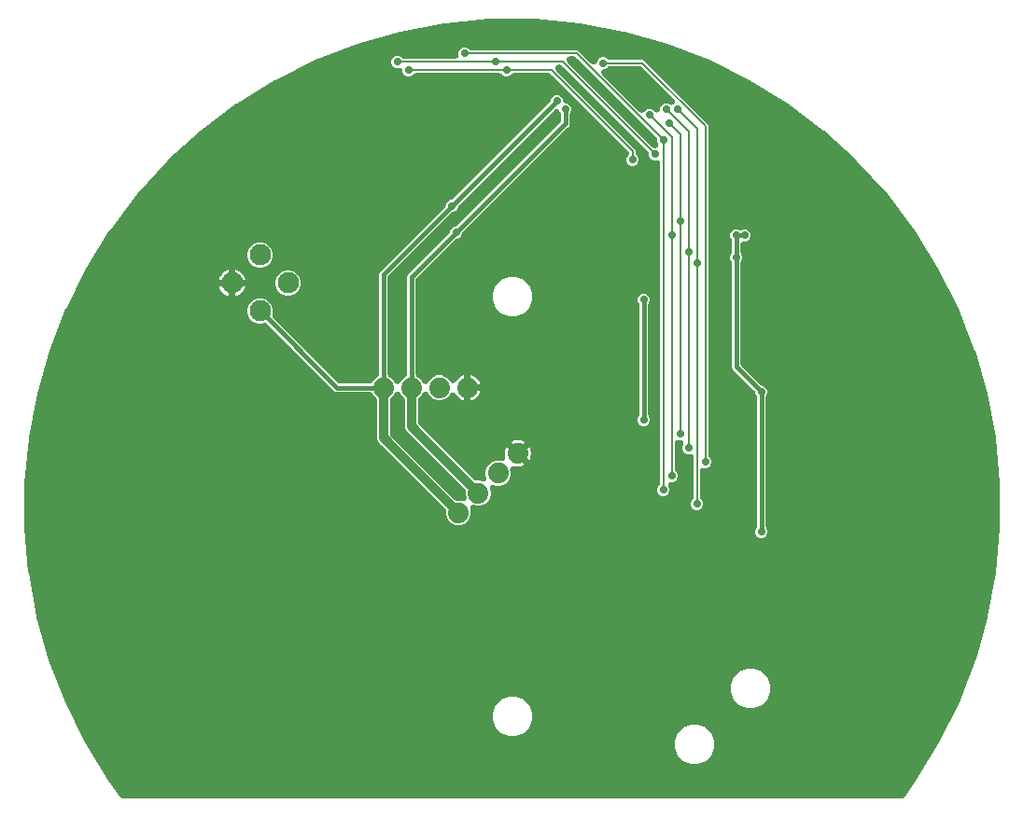
<source format=gbr>
G04 EAGLE Gerber RS-274X export*
G75*
%MOMM*%
%FSLAX34Y34*%
%LPD*%
%INBottom Copper*%
%IPPOS*%
%AMOC8*
5,1,8,0,0,1.08239X$1,22.5*%
G01*
%ADD10C,1.879600*%
%ADD11C,1.930400*%
%ADD12C,0.736600*%
%ADD13C,0.406400*%
%ADD14C,0.855600*%
%ADD15C,0.812800*%
%ADD16C,0.203200*%

G36*
X353238Y-264912D02*
X353238Y-264912D01*
X353355Y-264912D01*
X353483Y-264892D01*
X353612Y-264881D01*
X353726Y-264853D01*
X353843Y-264834D01*
X353965Y-264794D01*
X354091Y-264763D01*
X354199Y-264716D01*
X354311Y-264679D01*
X354425Y-264619D01*
X354544Y-264568D01*
X354643Y-264505D01*
X354748Y-264450D01*
X354851Y-264372D01*
X354960Y-264303D01*
X355048Y-264225D01*
X355142Y-264154D01*
X355204Y-264085D01*
X355328Y-263974D01*
X355539Y-263714D01*
X355599Y-263647D01*
X366026Y-249070D01*
X366094Y-248957D01*
X366143Y-248894D01*
X387412Y-214339D01*
X387496Y-214175D01*
X387548Y-214093D01*
X405543Y-177724D01*
X405611Y-177553D01*
X405656Y-177467D01*
X420222Y-139594D01*
X420274Y-139418D01*
X420310Y-139328D01*
X420752Y-137762D01*
X424190Y-125573D01*
X426768Y-116431D01*
X427627Y-113384D01*
X430205Y-104242D01*
X430206Y-104242D01*
X431065Y-101195D01*
X431325Y-100274D01*
X431360Y-100094D01*
X431388Y-100000D01*
X438757Y-60098D01*
X438775Y-59915D01*
X438795Y-59820D01*
X442455Y-19408D01*
X442457Y-19224D01*
X442467Y-19128D01*
X442388Y21449D01*
X442375Y21607D01*
X442377Y21672D01*
X442374Y21695D01*
X442374Y21730D01*
X438556Y62127D01*
X438523Y62308D01*
X438516Y62405D01*
X430991Y102278D01*
X430943Y102455D01*
X430926Y102551D01*
X419759Y141561D01*
X419694Y141733D01*
X419669Y141828D01*
X404954Y179642D01*
X404874Y179808D01*
X404840Y179899D01*
X386703Y216197D01*
X386608Y216354D01*
X386566Y216442D01*
X365162Y250914D01*
X365052Y251062D01*
X365002Y251146D01*
X340512Y283499D01*
X340390Y283636D01*
X340332Y283715D01*
X312965Y313673D01*
X312830Y313798D01*
X312766Y313871D01*
X282754Y341180D01*
X282608Y341293D01*
X282537Y341360D01*
X250137Y365786D01*
X249981Y365885D01*
X249905Y365945D01*
X215391Y387282D01*
X215227Y387366D01*
X215145Y387419D01*
X178812Y405484D01*
X178641Y405553D01*
X178555Y405598D01*
X140711Y420238D01*
X140535Y420291D01*
X140445Y420328D01*
X101413Y431418D01*
X101233Y431454D01*
X101139Y431483D01*
X61252Y438929D01*
X61069Y438948D01*
X60973Y438968D01*
X20569Y442707D01*
X20385Y442710D01*
X20288Y442720D01*
X-20288Y442720D01*
X-20472Y442706D01*
X-20569Y442707D01*
X-60973Y438968D01*
X-61155Y438936D01*
X-61252Y438929D01*
X-101139Y431483D01*
X-101317Y431434D01*
X-101413Y431418D01*
X-140445Y420328D01*
X-140617Y420263D01*
X-140711Y420238D01*
X-178555Y405598D01*
X-178720Y405518D01*
X-178812Y405484D01*
X-215145Y387419D01*
X-215303Y387324D01*
X-215391Y387282D01*
X-249905Y365945D01*
X-250053Y365836D01*
X-250137Y365786D01*
X-282537Y341360D01*
X-282675Y341237D01*
X-282754Y341180D01*
X-312766Y313871D01*
X-312892Y313737D01*
X-312965Y313673D01*
X-340332Y283715D01*
X-340445Y283569D01*
X-340512Y283499D01*
X-365002Y251146D01*
X-365101Y250991D01*
X-365162Y250914D01*
X-386566Y216442D01*
X-386650Y216279D01*
X-386703Y216197D01*
X-404840Y179899D01*
X-404909Y179728D01*
X-404954Y179642D01*
X-419669Y141828D01*
X-419722Y141651D01*
X-419759Y141561D01*
X-430926Y102551D01*
X-430963Y102371D01*
X-430991Y102278D01*
X-438516Y62405D01*
X-438536Y62222D01*
X-438556Y62127D01*
X-442374Y21730D01*
X-442377Y21546D01*
X-442388Y21449D01*
X-442467Y-19128D01*
X-442453Y-19311D01*
X-442455Y-19408D01*
X-438795Y-59820D01*
X-438764Y-60001D01*
X-438757Y-60098D01*
X-431388Y-100000D01*
X-431340Y-100178D01*
X-431325Y-100274D01*
X-420310Y-139328D01*
X-420246Y-139500D01*
X-420222Y-139594D01*
X-405656Y-177467D01*
X-405576Y-177632D01*
X-405543Y-177724D01*
X-387548Y-214093D01*
X-387454Y-214250D01*
X-387412Y-214339D01*
X-366143Y-248894D01*
X-366065Y-249001D01*
X-366026Y-249070D01*
X-355599Y-263647D01*
X-355522Y-263737D01*
X-355454Y-263833D01*
X-355364Y-263925D01*
X-355280Y-264024D01*
X-355190Y-264100D01*
X-355108Y-264184D01*
X-355003Y-264260D01*
X-354905Y-264344D01*
X-354804Y-264405D01*
X-354709Y-264474D01*
X-354593Y-264533D01*
X-354483Y-264600D01*
X-354374Y-264644D01*
X-354268Y-264697D01*
X-354145Y-264736D01*
X-354025Y-264784D01*
X-353910Y-264810D01*
X-353798Y-264845D01*
X-353706Y-264855D01*
X-353544Y-264892D01*
X-353209Y-264911D01*
X-353120Y-264921D01*
X353120Y-264921D01*
X353238Y-264912D01*
G37*
%LPC*%
G36*
X166554Y-2922D02*
X166554Y-2922D01*
X164546Y-2090D01*
X163010Y-554D01*
X162178Y1454D01*
X162178Y3626D01*
X163010Y5634D01*
X163953Y6577D01*
X164027Y6664D01*
X164108Y6744D01*
X164186Y6851D01*
X164272Y6953D01*
X164331Y7051D01*
X164398Y7143D01*
X164458Y7261D01*
X164527Y7375D01*
X164569Y7482D01*
X164621Y7583D01*
X164661Y7710D01*
X164710Y7833D01*
X164735Y7945D01*
X164769Y8054D01*
X164779Y8147D01*
X164817Y8315D01*
X164835Y8639D01*
X164845Y8732D01*
X164845Y44866D01*
X164831Y45046D01*
X164824Y45227D01*
X164811Y45292D01*
X164805Y45358D01*
X164762Y45533D01*
X164726Y45710D01*
X164703Y45772D01*
X164687Y45837D01*
X164615Y46003D01*
X164552Y46172D01*
X164518Y46229D01*
X164492Y46290D01*
X164395Y46443D01*
X164305Y46599D01*
X164263Y46650D01*
X164227Y46706D01*
X164107Y46841D01*
X163992Y46981D01*
X163943Y47025D01*
X163898Y47074D01*
X163758Y47188D01*
X163622Y47307D01*
X163566Y47343D01*
X163514Y47384D01*
X163358Y47473D01*
X163205Y47570D01*
X163143Y47595D01*
X163086Y47628D01*
X162916Y47691D01*
X162750Y47761D01*
X162686Y47777D01*
X162623Y47800D01*
X162446Y47834D01*
X162271Y47877D01*
X162204Y47882D01*
X162139Y47895D01*
X161959Y47900D01*
X161779Y47914D01*
X161712Y47908D01*
X161646Y47910D01*
X161467Y47886D01*
X161375Y47878D01*
X158934Y47878D01*
X156926Y48710D01*
X155390Y50246D01*
X154558Y52254D01*
X154558Y54426D01*
X155361Y56365D01*
X155416Y56536D01*
X155479Y56706D01*
X155492Y56771D01*
X155512Y56834D01*
X155539Y57013D01*
X155574Y57190D01*
X155576Y57256D01*
X155586Y57322D01*
X155584Y57503D01*
X155589Y57683D01*
X155581Y57749D01*
X155580Y57816D01*
X155549Y57993D01*
X155525Y58172D01*
X155506Y58236D01*
X155494Y58301D01*
X155435Y58472D01*
X155382Y58645D01*
X155353Y58704D01*
X155331Y58767D01*
X155245Y58925D01*
X155166Y59088D01*
X155127Y59142D01*
X155095Y59200D01*
X154985Y59343D01*
X154880Y59490D01*
X154833Y59537D01*
X154793Y59590D01*
X154660Y59713D01*
X154533Y59841D01*
X154480Y59880D01*
X154431Y59925D01*
X154280Y60025D01*
X154135Y60131D01*
X154075Y60161D01*
X154020Y60198D01*
X153855Y60272D01*
X153694Y60354D01*
X153631Y60374D01*
X153570Y60401D01*
X153396Y60448D01*
X153224Y60502D01*
X153171Y60508D01*
X153094Y60529D01*
X152603Y60578D01*
X152569Y60576D01*
X152546Y60578D01*
X151046Y60578D01*
X150963Y60595D01*
X150897Y60597D01*
X150831Y60607D01*
X150650Y60604D01*
X150470Y60610D01*
X150404Y60601D01*
X150338Y60600D01*
X150160Y60569D01*
X149981Y60545D01*
X149917Y60526D01*
X149852Y60515D01*
X149682Y60455D01*
X149508Y60403D01*
X149449Y60374D01*
X149386Y60352D01*
X149228Y60266D01*
X149065Y60186D01*
X149011Y60148D01*
X148953Y60116D01*
X148810Y60005D01*
X148663Y59901D01*
X148616Y59854D01*
X148563Y59813D01*
X148440Y59681D01*
X148312Y59554D01*
X148273Y59500D01*
X148228Y59451D01*
X148128Y59301D01*
X148022Y59155D01*
X147992Y59096D01*
X147955Y59040D01*
X147881Y58876D01*
X147799Y58715D01*
X147779Y58651D01*
X147752Y58591D01*
X147705Y58417D01*
X147651Y58244D01*
X147645Y58192D01*
X147624Y58114D01*
X147575Y57623D01*
X147577Y57590D01*
X147575Y57566D01*
X147575Y34132D01*
X147584Y34018D01*
X147583Y33904D01*
X147604Y33772D01*
X147615Y33640D01*
X147642Y33529D01*
X147660Y33416D01*
X147701Y33290D01*
X147733Y33161D01*
X147778Y33056D01*
X147814Y32948D01*
X147876Y32830D01*
X147928Y32708D01*
X147989Y32611D01*
X148042Y32510D01*
X148101Y32436D01*
X148193Y32292D01*
X148409Y32049D01*
X148467Y31977D01*
X149410Y31034D01*
X150242Y29026D01*
X150242Y26854D01*
X149410Y24846D01*
X147874Y23310D01*
X145866Y22478D01*
X144634Y22478D01*
X144454Y22464D01*
X144274Y22457D01*
X144209Y22444D01*
X144142Y22438D01*
X143967Y22395D01*
X143790Y22359D01*
X143728Y22336D01*
X143664Y22320D01*
X143498Y22248D01*
X143329Y22185D01*
X143271Y22151D01*
X143210Y22125D01*
X143058Y22028D01*
X142902Y21938D01*
X142850Y21896D01*
X142794Y21860D01*
X142660Y21740D01*
X142520Y21625D01*
X142476Y21576D01*
X142426Y21531D01*
X142313Y21391D01*
X142193Y21256D01*
X142158Y21199D01*
X142116Y21147D01*
X142027Y20991D01*
X141931Y20838D01*
X141905Y20777D01*
X141872Y20719D01*
X141809Y20549D01*
X141739Y20383D01*
X141724Y20319D01*
X141701Y20256D01*
X141666Y20079D01*
X141624Y19904D01*
X141619Y19837D01*
X141606Y19772D01*
X141600Y19592D01*
X141587Y19412D01*
X141593Y19345D01*
X141591Y19279D01*
X141614Y19100D01*
X141630Y18920D01*
X141645Y18870D01*
X141655Y18790D01*
X141798Y18318D01*
X141812Y18287D01*
X141819Y18265D01*
X142622Y16326D01*
X142622Y14154D01*
X141790Y12146D01*
X140254Y10610D01*
X138246Y9778D01*
X136074Y9778D01*
X134066Y10610D01*
X132530Y12146D01*
X131698Y14154D01*
X131698Y16326D01*
X132530Y18334D01*
X133473Y19277D01*
X133547Y19364D01*
X133628Y19444D01*
X133706Y19551D01*
X133792Y19653D01*
X133851Y19751D01*
X133918Y19843D01*
X133978Y19961D01*
X134047Y20075D01*
X134089Y20182D01*
X134141Y20283D01*
X134181Y20410D01*
X134230Y20533D01*
X134255Y20645D01*
X134289Y20754D01*
X134299Y20847D01*
X134337Y21015D01*
X134346Y21178D01*
X134346Y21179D01*
X134346Y21188D01*
X134355Y21339D01*
X134365Y21432D01*
X134365Y311566D01*
X134351Y311746D01*
X134344Y311928D01*
X134331Y311992D01*
X134325Y312058D01*
X134282Y312234D01*
X134246Y312411D01*
X134222Y312473D01*
X134207Y312537D01*
X134135Y312703D01*
X134071Y312873D01*
X134038Y312930D01*
X134012Y312990D01*
X133915Y313143D01*
X133824Y313300D01*
X133782Y313351D01*
X133747Y313406D01*
X133627Y313541D01*
X133512Y313681D01*
X133462Y313725D01*
X133418Y313774D01*
X133278Y313888D01*
X133142Y314008D01*
X133086Y314043D01*
X133034Y314084D01*
X132877Y314174D01*
X132724Y314270D01*
X132663Y314296D01*
X132606Y314328D01*
X132436Y314391D01*
X132269Y314461D01*
X132205Y314477D01*
X132143Y314500D01*
X131966Y314535D01*
X131790Y314577D01*
X131724Y314582D01*
X131659Y314595D01*
X131478Y314600D01*
X131298Y314614D01*
X131232Y314608D01*
X131166Y314610D01*
X130987Y314586D01*
X130895Y314578D01*
X128454Y314578D01*
X126446Y315410D01*
X124910Y316946D01*
X124078Y318954D01*
X124078Y320287D01*
X124069Y320401D01*
X124070Y320515D01*
X124049Y320647D01*
X124038Y320779D01*
X124011Y320890D01*
X123993Y321003D01*
X123952Y321129D01*
X123920Y321258D01*
X123875Y321363D01*
X123839Y321471D01*
X123777Y321589D01*
X123725Y321711D01*
X123664Y321807D01*
X123611Y321909D01*
X123552Y321982D01*
X123460Y322127D01*
X123244Y322369D01*
X123186Y322442D01*
X45455Y400173D01*
X45368Y400247D01*
X45288Y400328D01*
X45180Y400406D01*
X45079Y400492D01*
X44981Y400551D01*
X44889Y400618D01*
X44770Y400678D01*
X44656Y400747D01*
X44550Y400789D01*
X44448Y400841D01*
X44322Y400881D01*
X44198Y400930D01*
X44087Y400955D01*
X43978Y400989D01*
X43884Y400999D01*
X43717Y401037D01*
X43392Y401055D01*
X43300Y401065D01*
X42044Y401065D01*
X42006Y401062D01*
X41968Y401064D01*
X41760Y401042D01*
X41552Y401025D01*
X41515Y401016D01*
X41477Y401012D01*
X41276Y400957D01*
X41073Y400907D01*
X41038Y400892D01*
X41001Y400881D01*
X40811Y400794D01*
X40620Y400712D01*
X40588Y400692D01*
X40553Y400676D01*
X40380Y400559D01*
X40204Y400447D01*
X40175Y400422D01*
X40144Y400400D01*
X39992Y400257D01*
X39836Y400118D01*
X39812Y400089D01*
X39784Y400063D01*
X39657Y399897D01*
X39526Y399734D01*
X39507Y399701D01*
X39484Y399671D01*
X39385Y399487D01*
X39282Y399306D01*
X39269Y399270D01*
X39251Y399236D01*
X39183Y399039D01*
X39110Y398843D01*
X39103Y398806D01*
X39091Y398770D01*
X39056Y398563D01*
X39016Y398359D01*
X39014Y398321D01*
X39008Y398283D01*
X39007Y398074D01*
X39000Y397866D01*
X39005Y397828D01*
X39005Y397790D01*
X39038Y397583D01*
X39065Y397377D01*
X39076Y397340D01*
X39082Y397303D01*
X39147Y397104D01*
X39207Y396905D01*
X39224Y396870D01*
X39236Y396834D01*
X39332Y396649D01*
X39424Y396461D01*
X39446Y396430D01*
X39464Y396396D01*
X39522Y396324D01*
X39710Y396059D01*
X39831Y395937D01*
X39889Y395863D01*
X112015Y323738D01*
X112015Y321152D01*
X112024Y321038D01*
X112023Y320924D01*
X112044Y320792D01*
X112055Y320660D01*
X112082Y320549D01*
X112100Y320436D01*
X112141Y320310D01*
X112173Y320181D01*
X112218Y320076D01*
X112254Y319968D01*
X112316Y319850D01*
X112368Y319728D01*
X112429Y319631D01*
X112482Y319530D01*
X112541Y319456D01*
X112633Y319312D01*
X112849Y319069D01*
X112907Y318997D01*
X113850Y318054D01*
X114682Y316046D01*
X114682Y313874D01*
X113850Y311866D01*
X112314Y310330D01*
X110306Y309498D01*
X108134Y309498D01*
X106126Y310330D01*
X104590Y311866D01*
X103758Y313874D01*
X103758Y316046D01*
X104590Y318054D01*
X105037Y318501D01*
X105086Y318559D01*
X105142Y318611D01*
X105246Y318747D01*
X105357Y318877D01*
X105396Y318942D01*
X105442Y319003D01*
X105523Y319153D01*
X105611Y319300D01*
X105639Y319370D01*
X105675Y319438D01*
X105731Y319599D01*
X105794Y319758D01*
X105811Y319832D01*
X105835Y319904D01*
X105864Y320073D01*
X105901Y320239D01*
X105905Y320315D01*
X105918Y320391D01*
X105919Y320561D01*
X105929Y320732D01*
X105921Y320808D01*
X105921Y320884D01*
X105895Y321053D01*
X105876Y321222D01*
X105856Y321296D01*
X105844Y321371D01*
X105791Y321534D01*
X105746Y321698D01*
X105714Y321767D01*
X105690Y321840D01*
X105611Y321991D01*
X105540Y322147D01*
X105498Y322210D01*
X105462Y322277D01*
X105397Y322360D01*
X105265Y322556D01*
X105103Y322728D01*
X105037Y322811D01*
X35295Y392553D01*
X35208Y392627D01*
X35128Y392708D01*
X35020Y392786D01*
X34919Y392872D01*
X34821Y392931D01*
X34729Y392998D01*
X34610Y393058D01*
X34496Y393127D01*
X34390Y393169D01*
X34288Y393221D01*
X34162Y393261D01*
X34038Y393310D01*
X33927Y393335D01*
X33818Y393369D01*
X33724Y393379D01*
X33557Y393417D01*
X33232Y393435D01*
X33140Y393445D01*
X1112Y393445D01*
X998Y393436D01*
X883Y393437D01*
X752Y393416D01*
X620Y393405D01*
X509Y393378D01*
X396Y393360D01*
X270Y393319D01*
X141Y393287D01*
X36Y393242D01*
X-73Y393206D01*
X-190Y393144D01*
X-312Y393092D01*
X-409Y393031D01*
X-510Y392978D01*
X-584Y392919D01*
X-729Y392827D01*
X-971Y392611D01*
X-1043Y392553D01*
X-1986Y391610D01*
X-3994Y390778D01*
X-6166Y390778D01*
X-8174Y391610D01*
X-9117Y392553D01*
X-9204Y392627D01*
X-9284Y392708D01*
X-9391Y392786D01*
X-9493Y392872D01*
X-9591Y392931D01*
X-9683Y392998D01*
X-9801Y393058D01*
X-9915Y393127D01*
X-10022Y393169D01*
X-10123Y393221D01*
X-10250Y393261D01*
X-10373Y393310D01*
X-10485Y393335D01*
X-10594Y393369D01*
X-10687Y393379D01*
X-10855Y393417D01*
X-11179Y393435D01*
X-11272Y393445D01*
X-87788Y393445D01*
X-87902Y393436D01*
X-88017Y393437D01*
X-88148Y393416D01*
X-88280Y393405D01*
X-88391Y393378D01*
X-88504Y393360D01*
X-88630Y393319D01*
X-88759Y393287D01*
X-88864Y393242D01*
X-88972Y393206D01*
X-89090Y393145D01*
X-89212Y393092D01*
X-89309Y393031D01*
X-89410Y392978D01*
X-89484Y392919D01*
X-89628Y392827D01*
X-89870Y392611D01*
X-89943Y392553D01*
X-90886Y391610D01*
X-92894Y390778D01*
X-95066Y390778D01*
X-97074Y391610D01*
X-98610Y393146D01*
X-99442Y395154D01*
X-99442Y395351D01*
X-99448Y395427D01*
X-99446Y395503D01*
X-99468Y395672D01*
X-99482Y395843D01*
X-99500Y395917D01*
X-99510Y395992D01*
X-99559Y396156D01*
X-99600Y396322D01*
X-99630Y396391D01*
X-99652Y396465D01*
X-99728Y396618D01*
X-99795Y396775D01*
X-99836Y396839D01*
X-99869Y396908D01*
X-99968Y397047D01*
X-100060Y397191D01*
X-100111Y397248D01*
X-100155Y397310D01*
X-100275Y397431D01*
X-100389Y397559D01*
X-100448Y397607D01*
X-100502Y397661D01*
X-100640Y397762D01*
X-100773Y397869D01*
X-100839Y397906D01*
X-100900Y397951D01*
X-101053Y398028D01*
X-101201Y398113D01*
X-101273Y398139D01*
X-101341Y398174D01*
X-101504Y398225D01*
X-101664Y398284D01*
X-101739Y398299D01*
X-101811Y398322D01*
X-101916Y398334D01*
X-102148Y398379D01*
X-102384Y398386D01*
X-102489Y398398D01*
X-105226Y398398D01*
X-107234Y399230D01*
X-108770Y400766D01*
X-109602Y402774D01*
X-109602Y404946D01*
X-108770Y406954D01*
X-107234Y408490D01*
X-105226Y409322D01*
X-103054Y409322D01*
X-101046Y408490D01*
X-100103Y407547D01*
X-100016Y407473D01*
X-99936Y407392D01*
X-99829Y407314D01*
X-99727Y407228D01*
X-99629Y407169D01*
X-99537Y407102D01*
X-99419Y407042D01*
X-99305Y406973D01*
X-99198Y406931D01*
X-99097Y406879D01*
X-98970Y406839D01*
X-98847Y406790D01*
X-98735Y406765D01*
X-98626Y406731D01*
X-98533Y406721D01*
X-98365Y406683D01*
X-98041Y406665D01*
X-97948Y406655D01*
X-51654Y406655D01*
X-51473Y406669D01*
X-51292Y406676D01*
X-51228Y406689D01*
X-51162Y406695D01*
X-50986Y406738D01*
X-50809Y406774D01*
X-50747Y406798D01*
X-50683Y406813D01*
X-50517Y406885D01*
X-50347Y406949D01*
X-50290Y406982D01*
X-50230Y407008D01*
X-50077Y407105D01*
X-49920Y407196D01*
X-49869Y407238D01*
X-49814Y407273D01*
X-49679Y407393D01*
X-49539Y407508D01*
X-49495Y407558D01*
X-49446Y407602D01*
X-49332Y407742D01*
X-49212Y407878D01*
X-49177Y407934D01*
X-49136Y407986D01*
X-49046Y408143D01*
X-48950Y408296D01*
X-48924Y408357D01*
X-48892Y408414D01*
X-48829Y408584D01*
X-48759Y408751D01*
X-48743Y408815D01*
X-48720Y408877D01*
X-48685Y409054D01*
X-48643Y409230D01*
X-48638Y409296D01*
X-48625Y409361D01*
X-48620Y409542D01*
X-48606Y409722D01*
X-48612Y409788D01*
X-48610Y409854D01*
X-48634Y410033D01*
X-48642Y410125D01*
X-48642Y412566D01*
X-47810Y414574D01*
X-46274Y416110D01*
X-44266Y416942D01*
X-42094Y416942D01*
X-40086Y416110D01*
X-39143Y415167D01*
X-39056Y415093D01*
X-38976Y415012D01*
X-38869Y414934D01*
X-38767Y414848D01*
X-38669Y414789D01*
X-38577Y414722D01*
X-38459Y414662D01*
X-38345Y414593D01*
X-38238Y414551D01*
X-38137Y414499D01*
X-38010Y414459D01*
X-37887Y414410D01*
X-37775Y414385D01*
X-37666Y414351D01*
X-37573Y414341D01*
X-37405Y414303D01*
X-37081Y414285D01*
X-36988Y414275D01*
X59578Y414275D01*
X62107Y411745D01*
X71736Y402116D01*
X71765Y402091D01*
X71791Y402063D01*
X71953Y401932D01*
X72112Y401797D01*
X72145Y401777D01*
X72175Y401753D01*
X72356Y401650D01*
X72535Y401542D01*
X72570Y401528D01*
X72603Y401509D01*
X72799Y401436D01*
X72993Y401359D01*
X73030Y401351D01*
X73066Y401337D01*
X73271Y401297D01*
X73475Y401252D01*
X73513Y401250D01*
X73550Y401243D01*
X73758Y401236D01*
X73967Y401224D01*
X74005Y401229D01*
X74043Y401227D01*
X74250Y401255D01*
X74458Y401277D01*
X74494Y401287D01*
X74532Y401292D01*
X74732Y401352D01*
X74933Y401407D01*
X74968Y401423D01*
X75005Y401434D01*
X75192Y401526D01*
X75382Y401613D01*
X75414Y401634D01*
X75448Y401651D01*
X75617Y401772D01*
X75791Y401888D01*
X75819Y401915D01*
X75850Y401937D01*
X75998Y402083D01*
X76151Y402226D01*
X76174Y402257D01*
X76201Y402283D01*
X76324Y402452D01*
X76451Y402618D01*
X76469Y402651D01*
X76491Y402682D01*
X76585Y402868D01*
X76684Y403052D01*
X76697Y403089D01*
X76714Y403123D01*
X76776Y403321D01*
X76844Y403519D01*
X76850Y403557D01*
X76862Y403593D01*
X76870Y403661D01*
X77770Y405834D01*
X79306Y407370D01*
X81314Y408202D01*
X83486Y408202D01*
X85494Y407370D01*
X86437Y406427D01*
X86524Y406353D01*
X86604Y406272D01*
X86711Y406194D01*
X86813Y406108D01*
X86911Y406049D01*
X87003Y405982D01*
X87121Y405922D01*
X87235Y405853D01*
X87342Y405811D01*
X87443Y405759D01*
X87570Y405719D01*
X87693Y405670D01*
X87805Y405645D01*
X87914Y405611D01*
X88007Y405601D01*
X88175Y405563D01*
X88499Y405545D01*
X88592Y405535D01*
X119118Y405535D01*
X178055Y346598D01*
X178055Y46832D01*
X178064Y46718D01*
X178063Y46604D01*
X178084Y46472D01*
X178095Y46340D01*
X178122Y46229D01*
X178140Y46116D01*
X178181Y45990D01*
X178213Y45861D01*
X178258Y45756D01*
X178294Y45648D01*
X178356Y45530D01*
X178408Y45408D01*
X178469Y45311D01*
X178522Y45210D01*
X178581Y45136D01*
X178673Y44992D01*
X178889Y44749D01*
X178947Y44677D01*
X179890Y43734D01*
X180722Y41726D01*
X180722Y39554D01*
X179890Y37546D01*
X178354Y36010D01*
X176346Y35178D01*
X173906Y35178D01*
X173823Y35195D01*
X173757Y35197D01*
X173692Y35206D01*
X173510Y35204D01*
X173330Y35210D01*
X173265Y35201D01*
X173198Y35200D01*
X173020Y35169D01*
X172841Y35145D01*
X172778Y35126D01*
X172713Y35115D01*
X172542Y35055D01*
X172368Y35003D01*
X172309Y34974D01*
X172247Y34952D01*
X172088Y34866D01*
X171925Y34786D01*
X171872Y34748D01*
X171814Y34716D01*
X171670Y34605D01*
X171523Y34501D01*
X171476Y34454D01*
X171424Y34414D01*
X171301Y34281D01*
X171172Y34154D01*
X171133Y34101D01*
X171088Y34052D01*
X170988Y33902D01*
X170882Y33755D01*
X170852Y33696D01*
X170815Y33641D01*
X170741Y33476D01*
X170659Y33315D01*
X170640Y33252D01*
X170612Y33192D01*
X170566Y33017D01*
X170511Y32844D01*
X170505Y32792D01*
X170485Y32715D01*
X170435Y32224D01*
X170437Y32190D01*
X170435Y32166D01*
X170435Y8732D01*
X170444Y8618D01*
X170443Y8504D01*
X170464Y8372D01*
X170475Y8240D01*
X170502Y8129D01*
X170520Y8016D01*
X170561Y7890D01*
X170593Y7761D01*
X170638Y7656D01*
X170674Y7548D01*
X170736Y7430D01*
X170788Y7308D01*
X170849Y7211D01*
X170902Y7110D01*
X170961Y7036D01*
X171053Y6892D01*
X171269Y6649D01*
X171327Y6577D01*
X172270Y5634D01*
X173102Y3626D01*
X173102Y1454D01*
X172270Y-554D01*
X170734Y-2090D01*
X168726Y-2922D01*
X166554Y-2922D01*
G37*
%LPD*%
%LPC*%
G36*
X-51025Y-16798D02*
X-51025Y-16798D01*
X-55133Y-15097D01*
X-58277Y-11953D01*
X-59978Y-7845D01*
X-59978Y-3970D01*
X-59987Y-3856D01*
X-59987Y-3742D01*
X-60007Y-3610D01*
X-60018Y-3478D01*
X-60046Y-3367D01*
X-60063Y-3254D01*
X-60105Y-3128D01*
X-60137Y-2999D01*
X-60182Y-2894D01*
X-60218Y-2786D01*
X-60279Y-2668D01*
X-60331Y-2546D01*
X-60393Y-2450D01*
X-60446Y-2348D01*
X-60504Y-2275D01*
X-60597Y-2130D01*
X-60813Y-1888D01*
X-60871Y-1815D01*
X-119721Y57035D01*
X-121793Y59107D01*
X-122683Y61255D01*
X-122683Y96724D01*
X-122692Y96838D01*
X-122691Y96952D01*
X-122712Y97084D01*
X-122723Y97216D01*
X-122750Y97327D01*
X-122768Y97440D01*
X-122809Y97566D01*
X-122841Y97695D01*
X-122886Y97800D01*
X-122922Y97908D01*
X-122984Y98026D01*
X-123036Y98148D01*
X-123097Y98244D01*
X-123150Y98346D01*
X-123209Y98419D01*
X-123301Y98564D01*
X-123517Y98806D01*
X-123575Y98879D01*
X-126315Y101619D01*
X-126580Y102258D01*
X-126680Y102453D01*
X-126776Y102649D01*
X-126792Y102672D01*
X-126805Y102697D01*
X-126935Y102873D01*
X-127061Y103051D01*
X-127081Y103071D01*
X-127098Y103094D01*
X-127254Y103246D01*
X-127408Y103402D01*
X-127431Y103419D01*
X-127451Y103439D01*
X-127630Y103564D01*
X-127807Y103692D01*
X-127832Y103705D01*
X-127855Y103722D01*
X-128052Y103816D01*
X-128247Y103915D01*
X-128274Y103923D01*
X-128300Y103936D01*
X-128509Y103997D01*
X-128718Y104063D01*
X-128741Y104066D01*
X-128773Y104075D01*
X-129262Y104136D01*
X-129343Y104133D01*
X-129395Y104139D01*
X-159508Y104139D01*
X-160909Y104719D01*
X-222222Y166033D01*
X-222389Y166174D01*
X-222552Y166319D01*
X-222576Y166334D01*
X-222598Y166353D01*
X-222786Y166466D01*
X-222970Y166581D01*
X-222996Y166592D01*
X-223021Y166607D01*
X-223224Y166688D01*
X-223425Y166773D01*
X-223453Y166780D01*
X-223479Y166790D01*
X-223692Y166837D01*
X-223904Y166889D01*
X-223933Y166891D01*
X-223961Y166897D01*
X-224179Y166909D01*
X-224396Y166926D01*
X-224425Y166923D01*
X-224453Y166925D01*
X-224671Y166902D01*
X-224888Y166882D01*
X-224910Y166876D01*
X-224944Y166872D01*
X-225419Y166742D01*
X-225493Y166708D01*
X-225543Y166694D01*
X-226326Y166369D01*
X-230874Y166369D01*
X-235075Y168109D01*
X-238291Y171325D01*
X-240031Y175526D01*
X-240031Y180074D01*
X-238291Y184275D01*
X-235075Y187491D01*
X-230874Y189231D01*
X-226326Y189231D01*
X-222125Y187491D01*
X-218909Y184275D01*
X-217169Y180074D01*
X-217169Y175526D01*
X-217494Y174743D01*
X-217560Y174536D01*
X-217631Y174329D01*
X-217636Y174301D01*
X-217645Y174274D01*
X-217677Y174058D01*
X-217714Y173842D01*
X-217714Y173814D01*
X-217718Y173786D01*
X-217716Y173568D01*
X-217717Y173349D01*
X-217713Y173321D01*
X-217712Y173292D01*
X-217674Y173078D01*
X-217640Y172862D01*
X-217632Y172835D01*
X-217627Y172807D01*
X-217555Y172601D01*
X-217486Y172393D01*
X-217473Y172368D01*
X-217464Y172341D01*
X-217359Y172150D01*
X-217258Y171955D01*
X-217244Y171937D01*
X-217228Y171908D01*
X-216925Y171518D01*
X-216866Y171463D01*
X-216833Y171422D01*
X-158064Y112653D01*
X-157977Y112579D01*
X-157897Y112498D01*
X-157789Y112420D01*
X-157688Y112334D01*
X-157590Y112275D01*
X-157498Y112208D01*
X-157380Y112148D01*
X-157266Y112079D01*
X-157159Y112037D01*
X-157058Y111985D01*
X-156931Y111945D01*
X-156807Y111896D01*
X-156696Y111871D01*
X-156587Y111837D01*
X-156494Y111827D01*
X-156326Y111789D01*
X-156002Y111771D01*
X-155909Y111761D01*
X-129395Y111761D01*
X-129177Y111778D01*
X-128960Y111792D01*
X-128932Y111798D01*
X-128904Y111801D01*
X-128691Y111853D01*
X-128479Y111902D01*
X-128452Y111913D01*
X-128425Y111919D01*
X-128224Y112006D01*
X-128022Y112088D01*
X-127997Y112103D01*
X-127971Y112114D01*
X-127788Y112231D01*
X-127601Y112345D01*
X-127579Y112364D01*
X-127555Y112379D01*
X-127393Y112524D01*
X-127227Y112667D01*
X-127209Y112689D01*
X-127187Y112708D01*
X-127050Y112877D01*
X-126910Y113045D01*
X-126898Y113065D01*
X-126877Y113092D01*
X-126633Y113520D01*
X-126605Y113596D01*
X-126580Y113642D01*
X-126315Y114281D01*
X-123171Y117425D01*
X-122532Y117690D01*
X-122337Y117790D01*
X-122141Y117886D01*
X-122118Y117902D01*
X-122093Y117915D01*
X-121917Y118045D01*
X-121739Y118171D01*
X-121719Y118191D01*
X-121696Y118208D01*
X-121544Y118364D01*
X-121388Y118518D01*
X-121371Y118541D01*
X-121351Y118561D01*
X-121226Y118740D01*
X-121098Y118917D01*
X-121085Y118942D01*
X-121068Y118965D01*
X-120974Y119162D01*
X-120875Y119357D01*
X-120867Y119384D01*
X-120854Y119410D01*
X-120793Y119619D01*
X-120727Y119828D01*
X-120724Y119851D01*
X-120715Y119883D01*
X-120654Y120372D01*
X-120657Y120453D01*
X-120651Y120505D01*
X-120651Y211578D01*
X-120071Y212979D01*
X-60964Y272085D01*
X-60890Y272172D01*
X-60809Y272252D01*
X-60731Y272360D01*
X-60645Y272461D01*
X-60586Y272559D01*
X-60519Y272651D01*
X-60459Y272769D01*
X-60390Y272883D01*
X-60348Y272990D01*
X-60296Y273091D01*
X-60256Y273218D01*
X-60207Y273342D01*
X-60182Y273453D01*
X-60148Y273562D01*
X-60138Y273655D01*
X-60100Y273823D01*
X-60084Y274106D01*
X-59240Y276144D01*
X-57704Y277680D01*
X-55674Y278521D01*
X-55572Y278520D01*
X-55440Y278541D01*
X-55308Y278552D01*
X-55197Y278579D01*
X-55084Y278597D01*
X-54958Y278638D01*
X-54829Y278670D01*
X-54724Y278715D01*
X-54616Y278751D01*
X-54498Y278813D01*
X-54376Y278865D01*
X-54280Y278926D01*
X-54178Y278979D01*
X-54105Y279038D01*
X-53960Y279130D01*
X-53717Y279346D01*
X-53645Y279404D01*
X34286Y367335D01*
X34360Y367422D01*
X34441Y367502D01*
X34519Y367610D01*
X34605Y367711D01*
X34664Y367809D01*
X34731Y367901D01*
X34791Y368019D01*
X34860Y368133D01*
X34902Y368240D01*
X34954Y368341D01*
X34994Y368468D01*
X35043Y368592D01*
X35068Y368703D01*
X35102Y368812D01*
X35112Y368905D01*
X35150Y369073D01*
X35166Y369356D01*
X36010Y371394D01*
X37546Y372930D01*
X39554Y373762D01*
X41726Y373762D01*
X43734Y372930D01*
X45270Y371394D01*
X46102Y369386D01*
X46102Y369189D01*
X46108Y369113D01*
X46106Y369037D01*
X46128Y368868D01*
X46142Y368697D01*
X46160Y368623D01*
X46170Y368548D01*
X46219Y368384D01*
X46260Y368218D01*
X46290Y368149D01*
X46312Y368075D01*
X46388Y367922D01*
X46455Y367765D01*
X46496Y367701D01*
X46529Y367632D01*
X46628Y367493D01*
X46720Y367349D01*
X46771Y367292D01*
X46815Y367230D01*
X46935Y367109D01*
X47049Y366981D01*
X47108Y366933D01*
X47162Y366879D01*
X47300Y366778D01*
X47433Y366671D01*
X47499Y366634D01*
X47560Y366589D01*
X47713Y366512D01*
X47861Y366427D01*
X47933Y366401D01*
X48001Y366366D01*
X48164Y366315D01*
X48324Y366256D01*
X48399Y366241D01*
X48471Y366218D01*
X48576Y366206D01*
X48808Y366161D01*
X49044Y366154D01*
X49149Y366142D01*
X49346Y366142D01*
X51354Y365310D01*
X52890Y363774D01*
X53722Y361766D01*
X53722Y359594D01*
X52881Y357564D01*
X52808Y357492D01*
X52730Y357385D01*
X52644Y357283D01*
X52585Y357185D01*
X52518Y357093D01*
X52458Y356975D01*
X52389Y356861D01*
X52347Y356754D01*
X52295Y356653D01*
X52255Y356526D01*
X52206Y356403D01*
X52181Y356291D01*
X52147Y356182D01*
X52137Y356089D01*
X52099Y355921D01*
X52081Y355597D01*
X52071Y355504D01*
X52071Y347222D01*
X51491Y345821D01*
X49990Y344321D01*
X-44446Y249885D01*
X-44520Y249798D01*
X-44601Y249718D01*
X-44679Y249610D01*
X-44765Y249509D01*
X-44824Y249411D01*
X-44891Y249319D01*
X-44951Y249201D01*
X-45020Y249087D01*
X-45062Y248980D01*
X-45114Y248879D01*
X-45154Y248752D01*
X-45203Y248628D01*
X-45228Y248517D01*
X-45262Y248408D01*
X-45272Y248315D01*
X-45310Y248147D01*
X-45326Y247864D01*
X-46170Y245826D01*
X-47706Y244290D01*
X-49736Y243449D01*
X-49838Y243450D01*
X-49970Y243429D01*
X-50102Y243418D01*
X-50213Y243391D01*
X-50326Y243373D01*
X-50452Y243332D01*
X-50581Y243300D01*
X-50686Y243255D01*
X-50794Y243219D01*
X-50912Y243157D01*
X-51034Y243105D01*
X-51130Y243044D01*
X-51232Y242991D01*
X-51305Y242932D01*
X-51450Y242840D01*
X-51693Y242624D01*
X-51765Y242566D01*
X-86737Y207594D01*
X-86811Y207507D01*
X-86892Y207427D01*
X-86970Y207319D01*
X-87056Y207218D01*
X-87115Y207120D01*
X-87182Y207028D01*
X-87242Y206910D01*
X-87311Y206796D01*
X-87353Y206689D01*
X-87405Y206588D01*
X-87445Y206461D01*
X-87494Y206337D01*
X-87519Y206226D01*
X-87553Y206117D01*
X-87563Y206024D01*
X-87601Y205856D01*
X-87619Y205532D01*
X-87629Y205439D01*
X-87629Y120505D01*
X-87612Y120287D01*
X-87598Y120070D01*
X-87592Y120042D01*
X-87589Y120014D01*
X-87537Y119801D01*
X-87488Y119589D01*
X-87477Y119562D01*
X-87471Y119535D01*
X-87384Y119334D01*
X-87302Y119132D01*
X-87287Y119107D01*
X-87276Y119081D01*
X-87158Y118897D01*
X-87045Y118711D01*
X-87026Y118689D01*
X-87011Y118665D01*
X-86866Y118503D01*
X-86723Y118337D01*
X-86701Y118319D01*
X-86682Y118297D01*
X-86513Y118160D01*
X-86345Y118020D01*
X-86325Y118008D01*
X-86298Y117987D01*
X-85870Y117743D01*
X-85794Y117715D01*
X-85748Y117690D01*
X-85109Y117425D01*
X-81965Y114281D01*
X-81555Y113292D01*
X-81538Y113259D01*
X-81525Y113222D01*
X-81425Y113039D01*
X-81330Y112853D01*
X-81308Y112823D01*
X-81289Y112789D01*
X-81161Y112624D01*
X-81037Y112456D01*
X-81010Y112430D01*
X-80987Y112400D01*
X-80833Y112258D01*
X-80684Y112112D01*
X-80653Y112090D01*
X-80625Y112064D01*
X-80451Y111949D01*
X-80280Y111829D01*
X-80245Y111812D01*
X-80214Y111791D01*
X-80024Y111706D01*
X-79835Y111615D01*
X-79799Y111604D01*
X-79764Y111589D01*
X-79562Y111534D01*
X-79362Y111475D01*
X-79325Y111471D01*
X-79288Y111461D01*
X-79079Y111440D01*
X-78873Y111414D01*
X-78835Y111416D01*
X-78797Y111412D01*
X-78588Y111425D01*
X-78380Y111433D01*
X-78342Y111440D01*
X-78304Y111443D01*
X-78100Y111489D01*
X-77896Y111530D01*
X-77861Y111544D01*
X-77823Y111552D01*
X-77630Y111631D01*
X-77435Y111705D01*
X-77402Y111724D01*
X-77366Y111738D01*
X-77188Y111847D01*
X-77008Y111952D01*
X-76978Y111976D01*
X-76945Y111996D01*
X-76787Y112132D01*
X-76626Y112264D01*
X-76601Y112293D01*
X-76572Y112318D01*
X-76437Y112478D01*
X-76299Y112634D01*
X-76279Y112666D01*
X-76255Y112695D01*
X-76210Y112777D01*
X-76037Y113052D01*
X-75970Y113210D01*
X-75925Y113292D01*
X-75515Y114281D01*
X-72371Y117425D01*
X-68263Y119127D01*
X-63817Y119127D01*
X-59709Y117425D01*
X-56565Y114281D01*
X-56515Y114162D01*
X-56440Y114014D01*
X-56372Y113863D01*
X-56327Y113795D01*
X-56290Y113723D01*
X-56192Y113589D01*
X-56101Y113451D01*
X-56046Y113391D01*
X-55997Y113326D01*
X-55879Y113210D01*
X-55767Y113089D01*
X-55703Y113038D01*
X-55644Y112981D01*
X-55509Y112886D01*
X-55378Y112784D01*
X-55307Y112745D01*
X-55240Y112698D01*
X-55091Y112627D01*
X-54946Y112547D01*
X-54869Y112520D01*
X-54795Y112484D01*
X-54637Y112438D01*
X-54481Y112382D01*
X-54400Y112368D01*
X-54322Y112345D01*
X-54158Y112324D01*
X-53996Y112295D01*
X-53914Y112294D01*
X-53833Y112283D01*
X-53668Y112290D01*
X-53502Y112287D01*
X-53421Y112299D01*
X-53340Y112302D01*
X-53178Y112335D01*
X-53014Y112359D01*
X-52936Y112383D01*
X-52856Y112400D01*
X-52702Y112458D01*
X-52544Y112508D01*
X-52471Y112545D01*
X-52395Y112574D01*
X-52252Y112657D01*
X-52104Y112732D01*
X-52038Y112780D01*
X-51968Y112821D01*
X-51840Y112926D01*
X-51706Y113023D01*
X-51649Y113082D01*
X-51586Y113133D01*
X-51476Y113257D01*
X-51361Y113375D01*
X-51326Y113428D01*
X-51259Y113503D01*
X-50997Y113921D01*
X-50991Y113935D01*
X-50985Y113944D01*
X-50851Y114207D01*
X-49746Y115728D01*
X-48418Y117056D01*
X-46897Y118161D01*
X-45223Y119014D01*
X-43687Y119513D01*
X-43687Y107950D01*
X-43687Y96387D01*
X-45223Y96886D01*
X-46897Y97739D01*
X-48418Y98844D01*
X-49746Y100172D01*
X-50851Y101693D01*
X-50985Y101956D01*
X-51072Y102097D01*
X-51151Y102242D01*
X-51201Y102306D01*
X-51244Y102376D01*
X-51352Y102501D01*
X-51453Y102631D01*
X-51513Y102687D01*
X-51567Y102748D01*
X-51694Y102854D01*
X-51815Y102967D01*
X-51883Y103012D01*
X-51946Y103064D01*
X-52088Y103148D01*
X-52226Y103239D01*
X-52301Y103273D01*
X-52371Y103314D01*
X-52525Y103374D01*
X-52676Y103442D01*
X-52755Y103463D01*
X-52831Y103493D01*
X-52993Y103527D01*
X-53152Y103570D01*
X-53234Y103578D01*
X-53314Y103595D01*
X-53479Y103603D01*
X-53643Y103619D01*
X-53725Y103614D01*
X-53806Y103618D01*
X-53971Y103599D01*
X-54136Y103588D01*
X-54215Y103570D01*
X-54296Y103561D01*
X-54455Y103515D01*
X-54617Y103478D01*
X-54692Y103448D01*
X-54771Y103425D01*
X-54921Y103355D01*
X-55073Y103292D01*
X-55143Y103250D01*
X-55217Y103215D01*
X-55353Y103121D01*
X-55494Y103035D01*
X-55556Y102982D01*
X-55624Y102936D01*
X-55743Y102821D01*
X-55868Y102713D01*
X-55921Y102651D01*
X-55980Y102594D01*
X-56079Y102462D01*
X-56185Y102335D01*
X-56216Y102280D01*
X-56276Y102200D01*
X-56505Y101763D01*
X-56510Y101748D01*
X-56515Y101738D01*
X-56565Y101619D01*
X-59709Y98475D01*
X-63817Y96773D01*
X-68263Y96773D01*
X-72371Y98475D01*
X-75515Y101619D01*
X-75925Y102608D01*
X-75942Y102642D01*
X-75955Y102678D01*
X-76054Y102861D01*
X-76150Y103047D01*
X-76172Y103077D01*
X-76191Y103111D01*
X-76318Y103275D01*
X-76443Y103444D01*
X-76470Y103470D01*
X-76493Y103500D01*
X-76646Y103642D01*
X-76796Y103788D01*
X-76827Y103810D01*
X-76855Y103836D01*
X-77029Y103951D01*
X-77200Y104071D01*
X-77234Y104088D01*
X-77266Y104109D01*
X-77457Y104195D01*
X-77644Y104285D01*
X-77681Y104296D01*
X-77716Y104311D01*
X-77917Y104365D01*
X-78118Y104425D01*
X-78156Y104429D01*
X-78192Y104439D01*
X-78400Y104460D01*
X-78607Y104486D01*
X-78645Y104484D01*
X-78683Y104488D01*
X-78891Y104475D01*
X-79100Y104467D01*
X-79138Y104460D01*
X-79176Y104457D01*
X-79378Y104411D01*
X-79584Y104370D01*
X-79619Y104356D01*
X-79657Y104348D01*
X-79850Y104269D01*
X-80045Y104195D01*
X-80078Y104176D01*
X-80114Y104162D01*
X-80292Y104053D01*
X-80472Y103948D01*
X-80502Y103924D01*
X-80534Y103904D01*
X-80692Y103769D01*
X-80854Y103636D01*
X-80879Y103607D01*
X-80908Y103583D01*
X-81042Y103423D01*
X-81181Y103266D01*
X-81201Y103234D01*
X-81225Y103205D01*
X-81270Y103123D01*
X-81443Y102848D01*
X-81510Y102690D01*
X-81555Y102608D01*
X-81965Y101619D01*
X-84705Y98879D01*
X-84779Y98792D01*
X-84860Y98712D01*
X-84938Y98604D01*
X-85024Y98503D01*
X-85083Y98405D01*
X-85150Y98313D01*
X-85210Y98195D01*
X-85279Y98080D01*
X-85321Y97974D01*
X-85373Y97872D01*
X-85413Y97746D01*
X-85462Y97622D01*
X-85487Y97511D01*
X-85521Y97402D01*
X-85531Y97308D01*
X-85569Y97141D01*
X-85587Y96816D01*
X-85597Y96724D01*
X-85597Y76620D01*
X-85588Y76507D01*
X-85589Y76392D01*
X-85568Y76261D01*
X-85557Y76129D01*
X-85530Y76018D01*
X-85512Y75905D01*
X-85471Y75779D01*
X-85439Y75650D01*
X-85394Y75545D01*
X-85358Y75436D01*
X-85296Y75318D01*
X-85244Y75196D01*
X-85183Y75100D01*
X-85130Y74999D01*
X-85071Y74925D01*
X-84979Y74780D01*
X-84763Y74538D01*
X-84705Y74466D01*
X-34647Y24408D01*
X-34560Y24334D01*
X-34480Y24253D01*
X-34373Y24175D01*
X-34271Y24089D01*
X-34174Y24030D01*
X-34081Y23963D01*
X-33963Y23903D01*
X-33849Y23834D01*
X-33743Y23792D01*
X-33641Y23740D01*
X-33514Y23700D01*
X-33391Y23651D01*
X-33279Y23626D01*
X-33170Y23592D01*
X-33077Y23581D01*
X-32909Y23544D01*
X-32585Y23526D01*
X-32493Y23516D01*
X-28618Y23516D01*
X-27629Y23106D01*
X-27593Y23094D01*
X-27558Y23078D01*
X-27358Y23019D01*
X-27160Y22955D01*
X-27122Y22949D01*
X-27085Y22938D01*
X-26879Y22913D01*
X-26672Y22881D01*
X-26633Y22882D01*
X-26596Y22877D01*
X-26388Y22885D01*
X-26178Y22888D01*
X-26141Y22894D01*
X-26103Y22896D01*
X-25898Y22937D01*
X-25693Y22973D01*
X-25657Y22986D01*
X-25619Y22993D01*
X-25424Y23067D01*
X-25227Y23136D01*
X-25193Y23154D01*
X-25158Y23168D01*
X-24977Y23272D01*
X-24794Y23372D01*
X-24764Y23396D01*
X-24731Y23415D01*
X-24569Y23547D01*
X-24404Y23675D01*
X-24378Y23703D01*
X-24349Y23727D01*
X-24211Y23883D01*
X-24069Y24037D01*
X-24048Y24068D01*
X-24022Y24097D01*
X-23911Y24274D01*
X-23796Y24448D01*
X-23780Y24482D01*
X-23760Y24515D01*
X-23679Y24708D01*
X-23593Y24897D01*
X-23583Y24934D01*
X-23568Y24969D01*
X-23519Y25172D01*
X-23465Y25374D01*
X-23462Y25412D01*
X-23453Y25449D01*
X-23437Y25657D01*
X-23416Y25865D01*
X-23419Y25903D01*
X-23416Y25941D01*
X-23434Y26148D01*
X-23447Y26357D01*
X-23456Y26394D01*
X-23459Y26432D01*
X-23485Y26522D01*
X-23557Y26838D01*
X-23622Y26997D01*
X-23648Y27088D01*
X-24057Y28076D01*
X-24057Y32523D01*
X-22356Y36631D01*
X-19212Y39775D01*
X-15104Y41476D01*
X-10657Y41476D01*
X-10538Y41427D01*
X-10381Y41376D01*
X-10226Y41317D01*
X-10146Y41300D01*
X-10068Y41275D01*
X-9905Y41251D01*
X-9743Y41217D01*
X-9661Y41214D01*
X-9580Y41202D01*
X-9415Y41204D01*
X-9250Y41197D01*
X-9169Y41207D01*
X-9087Y41208D01*
X-8924Y41237D01*
X-8760Y41257D01*
X-8682Y41280D01*
X-8601Y41294D01*
X-8445Y41348D01*
X-8286Y41395D01*
X-8213Y41430D01*
X-8136Y41457D01*
X-7990Y41536D01*
X-7841Y41607D01*
X-7774Y41654D01*
X-7702Y41693D01*
X-7572Y41794D01*
X-7436Y41888D01*
X-7377Y41945D01*
X-7313Y41995D01*
X-7200Y42117D01*
X-7082Y42232D01*
X-7033Y42297D01*
X-6977Y42357D01*
X-6886Y42495D01*
X-6787Y42628D01*
X-6750Y42700D01*
X-6705Y42768D01*
X-6636Y42919D01*
X-6561Y43066D01*
X-6535Y43143D01*
X-6502Y43218D01*
X-6459Y43377D01*
X-6408Y43535D01*
X-6395Y43616D01*
X-6374Y43694D01*
X-6358Y43859D01*
X-6332Y44022D01*
X-6333Y44104D01*
X-6325Y44185D01*
X-6335Y44350D01*
X-6337Y44516D01*
X-6349Y44578D01*
X-6356Y44678D01*
X-6466Y45159D01*
X-6471Y45173D01*
X-6474Y45184D01*
X-6565Y45464D01*
X-6859Y47320D01*
X-6859Y49200D01*
X-6565Y51056D01*
X-5984Y52843D01*
X-5251Y54281D01*
X2925Y46105D01*
X11101Y37929D01*
X9663Y37196D01*
X7876Y36615D01*
X6020Y36321D01*
X4140Y36321D01*
X2284Y36615D01*
X2004Y36706D01*
X1843Y36745D01*
X1684Y36791D01*
X1603Y36802D01*
X1524Y36820D01*
X1359Y36832D01*
X1195Y36853D01*
X1113Y36850D01*
X1032Y36855D01*
X867Y36840D01*
X702Y36834D01*
X622Y36818D01*
X540Y36811D01*
X380Y36769D01*
X218Y36736D01*
X142Y36708D01*
X63Y36687D01*
X-89Y36620D01*
X-243Y36562D01*
X-314Y36521D01*
X-389Y36488D01*
X-528Y36398D01*
X-671Y36315D01*
X-734Y36263D01*
X-802Y36219D01*
X-924Y36107D01*
X-1052Y36003D01*
X-1106Y35942D01*
X-1167Y35886D01*
X-1270Y35757D01*
X-1379Y35633D01*
X-1422Y35564D01*
X-1473Y35500D01*
X-1553Y35355D01*
X-1641Y35215D01*
X-1673Y35140D01*
X-1713Y35068D01*
X-1769Y34913D01*
X-1833Y34760D01*
X-1852Y34681D01*
X-1880Y34604D01*
X-1910Y34442D01*
X-1948Y34281D01*
X-1955Y34199D01*
X-1969Y34119D01*
X-1973Y33954D01*
X-1985Y33789D01*
X-1978Y33708D01*
X-1980Y33626D01*
X-1957Y33462D01*
X-1942Y33297D01*
X-1925Y33236D01*
X-1911Y33137D01*
X-1763Y32667D01*
X-1756Y32653D01*
X-1753Y32642D01*
X-1704Y32523D01*
X-1704Y28076D01*
X-3405Y23968D01*
X-6549Y20824D01*
X-10657Y19123D01*
X-15104Y19123D01*
X-16092Y19532D01*
X-16129Y19544D01*
X-16163Y19561D01*
X-16363Y19620D01*
X-16562Y19684D01*
X-16600Y19689D01*
X-16636Y19700D01*
X-16843Y19726D01*
X-17050Y19757D01*
X-17088Y19757D01*
X-17126Y19761D01*
X-17334Y19754D01*
X-17543Y19751D01*
X-17581Y19744D01*
X-17619Y19743D01*
X-17823Y19701D01*
X-18029Y19665D01*
X-18065Y19653D01*
X-18102Y19645D01*
X-18298Y19571D01*
X-18495Y19502D01*
X-18528Y19484D01*
X-18564Y19471D01*
X-18744Y19366D01*
X-18928Y19266D01*
X-18958Y19243D01*
X-18991Y19224D01*
X-19152Y19092D01*
X-19317Y18964D01*
X-19343Y18936D01*
X-19373Y18911D01*
X-19511Y18755D01*
X-19653Y18602D01*
X-19674Y18570D01*
X-19699Y18542D01*
X-19810Y18364D01*
X-19926Y18191D01*
X-19941Y18156D01*
X-19962Y18124D01*
X-20043Y17930D01*
X-20128Y17741D01*
X-20138Y17704D01*
X-20153Y17669D01*
X-20202Y17466D01*
X-20256Y17265D01*
X-20260Y17227D01*
X-20269Y17190D01*
X-20284Y16981D01*
X-20305Y16774D01*
X-20303Y16736D01*
X-20306Y16698D01*
X-20288Y16490D01*
X-20274Y16281D01*
X-20266Y16244D01*
X-20263Y16206D01*
X-20237Y16117D01*
X-20165Y15800D01*
X-20100Y15641D01*
X-20074Y15551D01*
X-19664Y14562D01*
X-19664Y10116D01*
X-21366Y6008D01*
X-24510Y2864D01*
X-28618Y1162D01*
X-33064Y1162D01*
X-34053Y1572D01*
X-34089Y1583D01*
X-34124Y1600D01*
X-34324Y1659D01*
X-34522Y1723D01*
X-34560Y1729D01*
X-34597Y1740D01*
X-34804Y1765D01*
X-35010Y1797D01*
X-35049Y1796D01*
X-35086Y1801D01*
X-35294Y1793D01*
X-35504Y1790D01*
X-35541Y1784D01*
X-35579Y1782D01*
X-35784Y1741D01*
X-35989Y1705D01*
X-36025Y1692D01*
X-36063Y1685D01*
X-36258Y1611D01*
X-36455Y1542D01*
X-36489Y1524D01*
X-36524Y1510D01*
X-36705Y1406D01*
X-36888Y1306D01*
X-36918Y1283D01*
X-36951Y1263D01*
X-37114Y1131D01*
X-37278Y1003D01*
X-37304Y975D01*
X-37333Y951D01*
X-37472Y794D01*
X-37613Y641D01*
X-37635Y610D01*
X-37660Y581D01*
X-37771Y404D01*
X-37886Y230D01*
X-37902Y196D01*
X-37922Y163D01*
X-38003Y-29D01*
X-38089Y-219D01*
X-38099Y-256D01*
X-38114Y-291D01*
X-38163Y-494D01*
X-38217Y-696D01*
X-38220Y-734D01*
X-38229Y-771D01*
X-38245Y-979D01*
X-38266Y-1187D01*
X-38263Y-1225D01*
X-38266Y-1263D01*
X-38248Y-1471D01*
X-38235Y-1679D01*
X-38227Y-1716D01*
X-38223Y-1754D01*
X-38197Y-1844D01*
X-38125Y-2160D01*
X-38060Y-2319D01*
X-38034Y-2410D01*
X-37625Y-3398D01*
X-37625Y-7845D01*
X-39326Y-11953D01*
X-42470Y-15097D01*
X-46578Y-16798D01*
X-51025Y-16798D01*
G37*
%LPD*%
G36*
X-103988Y111425D02*
X-103988Y111425D01*
X-103780Y111433D01*
X-103742Y111440D01*
X-103704Y111443D01*
X-103500Y111489D01*
X-103296Y111530D01*
X-103261Y111544D01*
X-103223Y111552D01*
X-103030Y111631D01*
X-102835Y111705D01*
X-102802Y111724D01*
X-102766Y111738D01*
X-102588Y111847D01*
X-102408Y111952D01*
X-102378Y111976D01*
X-102345Y111996D01*
X-102187Y112132D01*
X-102026Y112264D01*
X-102001Y112293D01*
X-101972Y112318D01*
X-101837Y112478D01*
X-101699Y112634D01*
X-101679Y112666D01*
X-101655Y112695D01*
X-101610Y112777D01*
X-101437Y113052D01*
X-101370Y113210D01*
X-101325Y113292D01*
X-100915Y114281D01*
X-97771Y117425D01*
X-97132Y117690D01*
X-96937Y117790D01*
X-96741Y117886D01*
X-96718Y117902D01*
X-96693Y117915D01*
X-96517Y118045D01*
X-96339Y118171D01*
X-96319Y118191D01*
X-96296Y118208D01*
X-96144Y118364D01*
X-95988Y118518D01*
X-95971Y118541D01*
X-95951Y118561D01*
X-95826Y118740D01*
X-95698Y118917D01*
X-95685Y118942D01*
X-95668Y118965D01*
X-95574Y119162D01*
X-95475Y119357D01*
X-95467Y119384D01*
X-95454Y119410D01*
X-95393Y119619D01*
X-95327Y119828D01*
X-95324Y119851D01*
X-95315Y119883D01*
X-95254Y120372D01*
X-95257Y120453D01*
X-95251Y120505D01*
X-95251Y209038D01*
X-94671Y210439D01*
X-57154Y247955D01*
X-57080Y248042D01*
X-56999Y248122D01*
X-56921Y248230D01*
X-56835Y248331D01*
X-56776Y248429D01*
X-56709Y248521D01*
X-56649Y248639D01*
X-56580Y248753D01*
X-56538Y248860D01*
X-56486Y248961D01*
X-56446Y249088D01*
X-56397Y249212D01*
X-56372Y249323D01*
X-56338Y249432D01*
X-56328Y249525D01*
X-56290Y249693D01*
X-56274Y249976D01*
X-55430Y252014D01*
X-53894Y253550D01*
X-51864Y254391D01*
X-51762Y254390D01*
X-51630Y254411D01*
X-51498Y254422D01*
X-51387Y254449D01*
X-51274Y254467D01*
X-51148Y254508D01*
X-51019Y254540D01*
X-50914Y254585D01*
X-50806Y254621D01*
X-50688Y254683D01*
X-50566Y254735D01*
X-50469Y254796D01*
X-50368Y254849D01*
X-50295Y254908D01*
X-50150Y255000D01*
X-49907Y255216D01*
X-49835Y255274D01*
X43557Y348666D01*
X43631Y348753D01*
X43712Y348833D01*
X43790Y348941D01*
X43876Y349042D01*
X43935Y349140D01*
X44002Y349232D01*
X44062Y349350D01*
X44131Y349464D01*
X44173Y349571D01*
X44225Y349672D01*
X44265Y349799D01*
X44314Y349923D01*
X44339Y350034D01*
X44373Y350143D01*
X44383Y350236D01*
X44421Y350404D01*
X44439Y350728D01*
X44449Y350821D01*
X44449Y355504D01*
X44440Y355618D01*
X44441Y355732D01*
X44420Y355864D01*
X44409Y355996D01*
X44382Y356107D01*
X44364Y356220D01*
X44323Y356346D01*
X44291Y356475D01*
X44246Y356580D01*
X44210Y356688D01*
X44148Y356806D01*
X44096Y356928D01*
X44035Y357025D01*
X43982Y357126D01*
X43923Y357200D01*
X43831Y357344D01*
X43643Y357555D01*
X42940Y359252D01*
X42857Y359413D01*
X42782Y359577D01*
X42745Y359632D01*
X42715Y359691D01*
X42607Y359836D01*
X42507Y359986D01*
X42461Y360034D01*
X42422Y360088D01*
X42293Y360214D01*
X42169Y360345D01*
X42116Y360386D01*
X42069Y360432D01*
X41921Y360536D01*
X41778Y360646D01*
X41719Y360677D01*
X41664Y360715D01*
X41502Y360794D01*
X41343Y360879D01*
X41280Y360901D01*
X41220Y360929D01*
X41047Y360980D01*
X40876Y361039D01*
X40811Y361050D01*
X40747Y361069D01*
X40568Y361091D01*
X40390Y361122D01*
X40323Y361122D01*
X40257Y361130D01*
X40077Y361123D01*
X39896Y361125D01*
X39831Y361114D01*
X39764Y361112D01*
X39588Y361076D01*
X39409Y361048D01*
X39346Y361027D01*
X39281Y361014D01*
X39112Y360950D01*
X38941Y360894D01*
X38881Y360863D01*
X38819Y360839D01*
X38663Y360749D01*
X38503Y360666D01*
X38462Y360633D01*
X38392Y360593D01*
X38010Y360280D01*
X37988Y360255D01*
X37970Y360241D01*
X-48256Y274015D01*
X-48330Y273928D01*
X-48411Y273848D01*
X-48489Y273740D01*
X-48575Y273639D01*
X-48634Y273541D01*
X-48701Y273449D01*
X-48761Y273331D01*
X-48830Y273217D01*
X-48872Y273110D01*
X-48924Y273009D01*
X-48964Y272882D01*
X-49013Y272758D01*
X-49038Y272647D01*
X-49072Y272538D01*
X-49082Y272445D01*
X-49120Y272277D01*
X-49136Y271994D01*
X-49980Y269956D01*
X-51516Y268420D01*
X-53546Y267579D01*
X-53648Y267580D01*
X-53780Y267559D01*
X-53912Y267548D01*
X-54023Y267521D01*
X-54136Y267503D01*
X-54262Y267462D01*
X-54391Y267430D01*
X-54496Y267385D01*
X-54604Y267349D01*
X-54722Y267287D01*
X-54844Y267235D01*
X-54940Y267174D01*
X-55042Y267121D01*
X-55115Y267062D01*
X-55260Y266970D01*
X-55503Y266754D01*
X-55575Y266696D01*
X-112137Y210134D01*
X-112211Y210047D01*
X-112292Y209967D01*
X-112370Y209859D01*
X-112456Y209758D01*
X-112515Y209660D01*
X-112582Y209568D01*
X-112642Y209450D01*
X-112711Y209336D01*
X-112753Y209229D01*
X-112805Y209128D01*
X-112845Y209001D01*
X-112894Y208877D01*
X-112919Y208766D01*
X-112953Y208657D01*
X-112963Y208564D01*
X-113001Y208396D01*
X-113019Y208072D01*
X-113029Y207979D01*
X-113029Y120505D01*
X-113012Y120287D01*
X-112998Y120070D01*
X-112992Y120042D01*
X-112989Y120014D01*
X-112937Y119801D01*
X-112888Y119589D01*
X-112877Y119562D01*
X-112871Y119535D01*
X-112784Y119334D01*
X-112702Y119132D01*
X-112687Y119107D01*
X-112676Y119081D01*
X-112558Y118897D01*
X-112445Y118711D01*
X-112426Y118689D01*
X-112411Y118665D01*
X-112266Y118503D01*
X-112123Y118337D01*
X-112101Y118319D01*
X-112082Y118297D01*
X-111913Y118160D01*
X-111745Y118020D01*
X-111725Y118008D01*
X-111698Y117987D01*
X-111270Y117743D01*
X-111194Y117715D01*
X-111148Y117690D01*
X-110509Y117425D01*
X-107365Y114281D01*
X-106955Y113292D01*
X-106938Y113259D01*
X-106925Y113222D01*
X-106825Y113039D01*
X-106730Y112853D01*
X-106708Y112823D01*
X-106689Y112789D01*
X-106561Y112624D01*
X-106437Y112456D01*
X-106410Y112430D01*
X-106387Y112400D01*
X-106233Y112258D01*
X-106084Y112112D01*
X-106053Y112090D01*
X-106025Y112064D01*
X-105851Y111949D01*
X-105680Y111829D01*
X-105645Y111812D01*
X-105614Y111791D01*
X-105424Y111706D01*
X-105235Y111615D01*
X-105199Y111604D01*
X-105164Y111589D01*
X-104962Y111534D01*
X-104762Y111475D01*
X-104725Y111471D01*
X-104688Y111461D01*
X-104479Y111440D01*
X-104273Y111414D01*
X-104235Y111416D01*
X-104197Y111412D01*
X-103988Y111425D01*
G37*
%LPC*%
G36*
X224974Y-28322D02*
X224974Y-28322D01*
X222966Y-27490D01*
X221430Y-25954D01*
X220598Y-23946D01*
X220598Y-21774D01*
X221439Y-19744D01*
X221512Y-19672D01*
X221590Y-19565D01*
X221676Y-19463D01*
X221735Y-19365D01*
X221802Y-19273D01*
X221862Y-19155D01*
X221931Y-19041D01*
X221973Y-18934D01*
X222025Y-18833D01*
X222065Y-18706D01*
X222114Y-18583D01*
X222139Y-18471D01*
X222173Y-18362D01*
X222183Y-18269D01*
X222221Y-18101D01*
X222239Y-17777D01*
X222249Y-17684D01*
X222249Y98964D01*
X222240Y99078D01*
X222241Y99192D01*
X222220Y99324D01*
X222209Y99456D01*
X222182Y99567D01*
X222164Y99680D01*
X222123Y99806D01*
X222091Y99935D01*
X222046Y100040D01*
X222010Y100148D01*
X221948Y100266D01*
X221896Y100388D01*
X221835Y100485D01*
X221782Y100586D01*
X221723Y100660D01*
X221631Y100804D01*
X221442Y101015D01*
X220589Y103076D01*
X220590Y103178D01*
X220569Y103310D01*
X220558Y103442D01*
X220531Y103553D01*
X220513Y103666D01*
X220472Y103792D01*
X220440Y103921D01*
X220395Y104026D01*
X220359Y104134D01*
X220297Y104252D01*
X220245Y104374D01*
X220184Y104470D01*
X220131Y104572D01*
X220072Y104645D01*
X219980Y104790D01*
X219764Y105033D01*
X219706Y105105D01*
X199969Y124841D01*
X199389Y126242D01*
X199389Y220884D01*
X199380Y220998D01*
X199381Y221112D01*
X199360Y221244D01*
X199349Y221376D01*
X199322Y221487D01*
X199304Y221600D01*
X199263Y221726D01*
X199231Y221855D01*
X199186Y221960D01*
X199150Y222068D01*
X199088Y222186D01*
X199036Y222308D01*
X198975Y222405D01*
X198922Y222506D01*
X198863Y222580D01*
X198771Y222724D01*
X198582Y222935D01*
X197738Y224974D01*
X197738Y227146D01*
X198579Y229176D01*
X198652Y229248D01*
X198730Y229355D01*
X198816Y229457D01*
X198875Y229555D01*
X198942Y229647D01*
X199002Y229765D01*
X199071Y229879D01*
X199113Y229986D01*
X199165Y230087D01*
X199205Y230214D01*
X199254Y230337D01*
X199279Y230449D01*
X199313Y230558D01*
X199323Y230651D01*
X199361Y230819D01*
X199379Y231143D01*
X199389Y231236D01*
X199389Y241204D01*
X199380Y241318D01*
X199381Y241432D01*
X199360Y241564D01*
X199349Y241696D01*
X199322Y241807D01*
X199304Y241920D01*
X199263Y242046D01*
X199231Y242175D01*
X199186Y242280D01*
X199150Y242388D01*
X199088Y242506D01*
X199036Y242628D01*
X198975Y242725D01*
X198922Y242826D01*
X198863Y242900D01*
X198771Y243044D01*
X198582Y243255D01*
X197738Y245294D01*
X197738Y247466D01*
X198570Y249474D01*
X200106Y251010D01*
X202114Y251842D01*
X204286Y251842D01*
X205844Y251197D01*
X205953Y251162D01*
X206058Y251117D01*
X206187Y251086D01*
X206313Y251045D01*
X206426Y251028D01*
X206537Y251002D01*
X206670Y250992D01*
X206801Y250972D01*
X206915Y250973D01*
X207029Y250965D01*
X207162Y250976D01*
X207295Y250978D01*
X207407Y250998D01*
X207521Y251008D01*
X207611Y251034D01*
X207780Y251064D01*
X208087Y251171D01*
X208176Y251197D01*
X209734Y251842D01*
X211906Y251842D01*
X213914Y251010D01*
X215450Y249474D01*
X216282Y247466D01*
X216282Y245294D01*
X215450Y243286D01*
X213914Y241750D01*
X211906Y240918D01*
X210058Y240918D01*
X209982Y240912D01*
X209906Y240914D01*
X209737Y240892D01*
X209566Y240878D01*
X209492Y240860D01*
X209417Y240850D01*
X209253Y240801D01*
X209087Y240760D01*
X209018Y240730D01*
X208944Y240708D01*
X208791Y240632D01*
X208634Y240565D01*
X208570Y240524D01*
X208501Y240491D01*
X208362Y240392D01*
X208218Y240300D01*
X208161Y240249D01*
X208099Y240205D01*
X207978Y240085D01*
X207850Y239971D01*
X207802Y239912D01*
X207748Y239858D01*
X207647Y239720D01*
X207540Y239587D01*
X207502Y239521D01*
X207458Y239460D01*
X207381Y239307D01*
X207296Y239159D01*
X207270Y239087D01*
X207235Y239019D01*
X207184Y238856D01*
X207125Y238696D01*
X207110Y238621D01*
X207087Y238549D01*
X207075Y238444D01*
X207030Y238212D01*
X207023Y237976D01*
X207011Y237871D01*
X207011Y231236D01*
X207020Y231122D01*
X207019Y231008D01*
X207040Y230876D01*
X207051Y230744D01*
X207078Y230633D01*
X207096Y230520D01*
X207137Y230394D01*
X207169Y230265D01*
X207214Y230160D01*
X207250Y230052D01*
X207312Y229934D01*
X207364Y229812D01*
X207425Y229715D01*
X207478Y229614D01*
X207537Y229540D01*
X207629Y229396D01*
X207818Y229185D01*
X208662Y227146D01*
X208662Y224974D01*
X207821Y222944D01*
X207748Y222872D01*
X207670Y222765D01*
X207584Y222663D01*
X207525Y222565D01*
X207458Y222473D01*
X207398Y222355D01*
X207329Y222241D01*
X207287Y222134D01*
X207235Y222033D01*
X207195Y221906D01*
X207146Y221783D01*
X207121Y221671D01*
X207087Y221562D01*
X207077Y221469D01*
X207039Y221301D01*
X207021Y220977D01*
X207011Y220884D01*
X207011Y129841D01*
X207020Y129727D01*
X207019Y129613D01*
X207040Y129481D01*
X207051Y129349D01*
X207078Y129238D01*
X207096Y129125D01*
X207137Y128999D01*
X207169Y128870D01*
X207214Y128765D01*
X207250Y128657D01*
X207312Y128539D01*
X207364Y128417D01*
X207425Y128321D01*
X207478Y128219D01*
X207537Y128146D01*
X207629Y128001D01*
X207845Y127758D01*
X207903Y127686D01*
X225095Y110494D01*
X225182Y110420D01*
X225262Y110339D01*
X225370Y110261D01*
X225471Y110175D01*
X225569Y110116D01*
X225661Y110049D01*
X225779Y109989D01*
X225893Y109920D01*
X226000Y109878D01*
X226101Y109826D01*
X226228Y109786D01*
X226352Y109737D01*
X226463Y109712D01*
X226572Y109678D01*
X226665Y109668D01*
X226833Y109630D01*
X227116Y109614D01*
X229154Y108770D01*
X230690Y107234D01*
X231522Y105226D01*
X231522Y103054D01*
X230681Y101024D01*
X230608Y100952D01*
X230530Y100845D01*
X230444Y100743D01*
X230385Y100645D01*
X230318Y100553D01*
X230258Y100435D01*
X230189Y100321D01*
X230147Y100214D01*
X230095Y100113D01*
X230055Y99986D01*
X230006Y99863D01*
X229981Y99751D01*
X229947Y99642D01*
X229937Y99549D01*
X229899Y99381D01*
X229881Y99057D01*
X229871Y98964D01*
X229871Y-17684D01*
X229880Y-17798D01*
X229879Y-17912D01*
X229900Y-18044D01*
X229911Y-18176D01*
X229938Y-18287D01*
X229956Y-18400D01*
X229997Y-18526D01*
X230029Y-18655D01*
X230074Y-18760D01*
X230110Y-18868D01*
X230172Y-18986D01*
X230224Y-19108D01*
X230285Y-19205D01*
X230338Y-19306D01*
X230397Y-19380D01*
X230489Y-19524D01*
X230678Y-19735D01*
X231522Y-21774D01*
X231522Y-23946D01*
X230690Y-25954D01*
X229154Y-27490D01*
X227146Y-28322D01*
X224974Y-28322D01*
G37*
%LPD*%
G36*
X-44348Y4924D02*
X-44348Y4924D01*
X-44139Y4927D01*
X-44101Y4934D01*
X-44063Y4935D01*
X-43859Y4976D01*
X-43653Y5013D01*
X-43617Y5025D01*
X-43580Y5033D01*
X-43385Y5107D01*
X-43187Y5176D01*
X-43154Y5194D01*
X-43118Y5207D01*
X-42937Y5312D01*
X-42754Y5412D01*
X-42724Y5435D01*
X-42691Y5454D01*
X-42529Y5587D01*
X-42365Y5714D01*
X-42339Y5742D01*
X-42309Y5766D01*
X-42171Y5923D01*
X-42029Y6076D01*
X-42008Y6108D01*
X-41983Y6136D01*
X-41872Y6313D01*
X-41756Y6487D01*
X-41741Y6522D01*
X-41720Y6554D01*
X-41639Y6746D01*
X-41553Y6937D01*
X-41544Y6974D01*
X-41529Y7009D01*
X-41480Y7212D01*
X-41426Y7413D01*
X-41422Y7451D01*
X-41413Y7488D01*
X-41398Y7697D01*
X-41377Y7904D01*
X-41379Y7942D01*
X-41376Y7980D01*
X-41395Y8188D01*
X-41408Y8397D01*
X-41416Y8434D01*
X-41419Y8472D01*
X-41445Y8561D01*
X-41517Y8878D01*
X-41582Y9037D01*
X-41608Y9127D01*
X-42018Y10116D01*
X-42018Y13991D01*
X-42027Y14104D01*
X-42026Y14219D01*
X-42047Y14350D01*
X-42058Y14482D01*
X-42085Y14593D01*
X-42103Y14706D01*
X-42144Y14832D01*
X-42176Y14961D01*
X-42221Y15066D01*
X-42257Y15175D01*
X-42319Y15293D01*
X-42371Y15415D01*
X-42432Y15511D01*
X-42485Y15612D01*
X-42544Y15686D01*
X-42636Y15831D01*
X-42852Y16073D01*
X-42910Y16145D01*
X-96393Y69628D01*
X-97283Y71776D01*
X-97283Y96724D01*
X-97292Y96838D01*
X-97291Y96952D01*
X-97312Y97084D01*
X-97323Y97216D01*
X-97350Y97327D01*
X-97368Y97440D01*
X-97409Y97566D01*
X-97441Y97695D01*
X-97486Y97800D01*
X-97522Y97908D01*
X-97584Y98026D01*
X-97636Y98148D01*
X-97697Y98244D01*
X-97750Y98346D01*
X-97809Y98419D01*
X-97901Y98564D01*
X-98117Y98806D01*
X-98175Y98879D01*
X-100915Y101619D01*
X-101325Y102608D01*
X-101342Y102642D01*
X-101355Y102678D01*
X-101454Y102861D01*
X-101550Y103047D01*
X-101572Y103077D01*
X-101591Y103111D01*
X-101718Y103275D01*
X-101843Y103444D01*
X-101870Y103470D01*
X-101893Y103500D01*
X-102046Y103642D01*
X-102196Y103788D01*
X-102227Y103810D01*
X-102255Y103836D01*
X-102429Y103951D01*
X-102600Y104071D01*
X-102634Y104088D01*
X-102666Y104109D01*
X-102857Y104195D01*
X-103044Y104285D01*
X-103081Y104296D01*
X-103116Y104311D01*
X-103317Y104365D01*
X-103518Y104425D01*
X-103556Y104429D01*
X-103592Y104439D01*
X-103800Y104460D01*
X-104007Y104486D01*
X-104045Y104484D01*
X-104083Y104488D01*
X-104291Y104475D01*
X-104500Y104467D01*
X-104538Y104460D01*
X-104576Y104457D01*
X-104778Y104411D01*
X-104984Y104370D01*
X-105019Y104356D01*
X-105057Y104348D01*
X-105250Y104269D01*
X-105445Y104195D01*
X-105478Y104176D01*
X-105514Y104162D01*
X-105692Y104053D01*
X-105872Y103948D01*
X-105902Y103924D01*
X-105934Y103904D01*
X-106092Y103769D01*
X-106254Y103636D01*
X-106279Y103607D01*
X-106308Y103583D01*
X-106442Y103423D01*
X-106581Y103266D01*
X-106601Y103234D01*
X-106625Y103205D01*
X-106670Y103123D01*
X-106843Y102848D01*
X-106910Y102690D01*
X-106955Y102608D01*
X-107365Y101619D01*
X-110105Y98879D01*
X-110179Y98792D01*
X-110260Y98712D01*
X-110338Y98604D01*
X-110424Y98503D01*
X-110483Y98405D01*
X-110550Y98313D01*
X-110610Y98195D01*
X-110679Y98080D01*
X-110721Y97974D01*
X-110773Y97872D01*
X-110813Y97746D01*
X-110862Y97622D01*
X-110887Y97511D01*
X-110921Y97402D01*
X-110931Y97308D01*
X-110969Y97141D01*
X-110987Y96816D01*
X-110997Y96724D01*
X-110997Y66099D01*
X-110988Y65986D01*
X-110989Y65871D01*
X-110968Y65740D01*
X-110957Y65608D01*
X-110930Y65497D01*
X-110912Y65384D01*
X-110871Y65258D01*
X-110839Y65129D01*
X-110794Y65024D01*
X-110758Y64915D01*
X-110696Y64797D01*
X-110644Y64675D01*
X-110583Y64579D01*
X-110530Y64478D01*
X-110471Y64404D01*
X-110379Y64259D01*
X-110163Y64017D01*
X-110105Y63945D01*
X-52608Y6448D01*
X-52521Y6374D01*
X-52441Y6293D01*
X-52333Y6214D01*
X-52232Y6128D01*
X-52134Y6069D01*
X-52042Y6002D01*
X-51923Y5942D01*
X-51809Y5874D01*
X-51703Y5831D01*
X-51601Y5780D01*
X-51475Y5740D01*
X-51351Y5691D01*
X-51240Y5666D01*
X-51131Y5632D01*
X-51037Y5621D01*
X-50870Y5584D01*
X-50545Y5566D01*
X-50453Y5555D01*
X-46578Y5555D01*
X-45590Y5146D01*
X-45553Y5134D01*
X-45519Y5117D01*
X-45318Y5058D01*
X-45120Y4994D01*
X-45082Y4989D01*
X-45046Y4978D01*
X-44839Y4952D01*
X-44632Y4921D01*
X-44594Y4921D01*
X-44556Y4917D01*
X-44348Y4924D01*
G37*
G36*
X117646Y357629D02*
X117646Y357629D01*
X117722Y357629D01*
X117891Y357655D01*
X118061Y357674D01*
X118134Y357694D01*
X118210Y357706D01*
X118372Y357759D01*
X118536Y357804D01*
X118606Y357836D01*
X118678Y357860D01*
X118829Y357939D01*
X118985Y358010D01*
X119048Y358053D01*
X119116Y358088D01*
X119198Y358153D01*
X119394Y358285D01*
X119566Y358447D01*
X119649Y358513D01*
X121366Y360230D01*
X123374Y361062D01*
X125546Y361062D01*
X127554Y360230D01*
X129036Y358748D01*
X129065Y358723D01*
X129091Y358695D01*
X129253Y358564D01*
X129412Y358428D01*
X129445Y358409D01*
X129475Y358385D01*
X129656Y358282D01*
X129835Y358174D01*
X129870Y358160D01*
X129903Y358141D01*
X130099Y358068D01*
X130293Y357991D01*
X130330Y357982D01*
X130366Y357969D01*
X130570Y357929D01*
X130774Y357884D01*
X130813Y357882D01*
X130850Y357874D01*
X131058Y357868D01*
X131267Y357856D01*
X131305Y357860D01*
X131343Y357859D01*
X131550Y357886D01*
X131758Y357908D01*
X131794Y357918D01*
X131832Y357923D01*
X132033Y357984D01*
X132233Y358039D01*
X132268Y358055D01*
X132305Y358066D01*
X132492Y358158D01*
X132682Y358245D01*
X132713Y358266D01*
X132748Y358283D01*
X132918Y358404D01*
X133091Y358520D01*
X133119Y358546D01*
X133150Y358568D01*
X133298Y358715D01*
X133451Y358858D01*
X133474Y358888D01*
X133501Y358915D01*
X133624Y359083D01*
X133751Y359249D01*
X133769Y359283D01*
X133791Y359314D01*
X133885Y359500D01*
X133984Y359684D01*
X133996Y359720D01*
X134014Y359754D01*
X134077Y359954D01*
X134144Y360151D01*
X134150Y360188D01*
X134162Y360225D01*
X134172Y360317D01*
X134227Y360637D01*
X134228Y360809D01*
X134238Y360902D01*
X134238Y361766D01*
X135070Y363774D01*
X136606Y365310D01*
X138614Y366142D01*
X140786Y366142D01*
X142848Y365288D01*
X142869Y365271D01*
X143001Y365159D01*
X143065Y365121D01*
X143124Y365076D01*
X143275Y364994D01*
X143424Y364905D01*
X143493Y364877D01*
X143558Y364842D01*
X143721Y364786D01*
X143882Y364722D01*
X143954Y364706D01*
X144025Y364681D01*
X144195Y364652D01*
X144363Y364615D01*
X144438Y364611D01*
X144511Y364598D01*
X144683Y364597D01*
X144856Y364587D01*
X144930Y364595D01*
X145004Y364595D01*
X145175Y364621D01*
X145346Y364639D01*
X145418Y364659D01*
X145492Y364671D01*
X145656Y364724D01*
X145822Y364770D01*
X145890Y364801D01*
X145960Y364824D01*
X146113Y364904D01*
X146271Y364976D01*
X146332Y365017D01*
X146398Y365051D01*
X146481Y365117D01*
X146680Y365251D01*
X146850Y365411D01*
X146932Y365476D01*
X146944Y365488D01*
X146992Y365544D01*
X147039Y365589D01*
X147041Y365591D01*
X147052Y365601D01*
X147155Y365735D01*
X147264Y365864D01*
X147305Y365931D01*
X147352Y365993D01*
X147432Y366141D01*
X147519Y366286D01*
X147549Y366359D01*
X147585Y366428D01*
X147640Y366587D01*
X147703Y366744D01*
X147720Y366820D01*
X147745Y366894D01*
X147774Y367061D01*
X147810Y367226D01*
X147815Y367303D01*
X147828Y367381D01*
X147829Y367549D01*
X147839Y367718D01*
X147831Y367796D01*
X147831Y367874D01*
X147805Y368041D01*
X147787Y368209D01*
X147767Y368284D01*
X147754Y368361D01*
X147702Y368522D01*
X147657Y368685D01*
X147625Y368756D01*
X147600Y368830D01*
X147522Y368980D01*
X147452Y369133D01*
X147408Y369198D01*
X147372Y369267D01*
X147307Y369350D01*
X147177Y369543D01*
X147013Y369718D01*
X146947Y369801D01*
X117695Y399053D01*
X117608Y399127D01*
X117528Y399208D01*
X117420Y399286D01*
X117319Y399372D01*
X117221Y399431D01*
X117129Y399498D01*
X117010Y399558D01*
X116896Y399627D01*
X116790Y399669D01*
X116688Y399721D01*
X116562Y399761D01*
X116438Y399810D01*
X116327Y399835D01*
X116218Y399869D01*
X116124Y399879D01*
X115957Y399917D01*
X115632Y399935D01*
X115540Y399945D01*
X88592Y399945D01*
X88478Y399936D01*
X88364Y399937D01*
X88232Y399916D01*
X88100Y399905D01*
X87989Y399878D01*
X87876Y399860D01*
X87750Y399819D01*
X87621Y399787D01*
X87516Y399742D01*
X87408Y399706D01*
X87290Y399644D01*
X87168Y399592D01*
X87071Y399531D01*
X86970Y399478D01*
X86896Y399419D01*
X86752Y399327D01*
X86509Y399111D01*
X86437Y399053D01*
X85494Y398110D01*
X83346Y397220D01*
X83163Y397170D01*
X82960Y397120D01*
X82925Y397105D01*
X82888Y397094D01*
X82698Y397007D01*
X82507Y396925D01*
X82475Y396905D01*
X82440Y396889D01*
X82267Y396772D01*
X82091Y396660D01*
X82062Y396635D01*
X82031Y396613D01*
X81879Y396470D01*
X81723Y396331D01*
X81699Y396302D01*
X81671Y396276D01*
X81544Y396110D01*
X81413Y395947D01*
X81394Y395914D01*
X81371Y395884D01*
X81272Y395700D01*
X81169Y395519D01*
X81156Y395483D01*
X81138Y395449D01*
X81070Y395252D01*
X80997Y395056D01*
X80990Y395019D01*
X80978Y394983D01*
X80942Y394775D01*
X80903Y394572D01*
X80901Y394534D01*
X80895Y394496D01*
X80894Y394287D01*
X80887Y394079D01*
X80892Y394041D01*
X80892Y394003D01*
X80925Y393796D01*
X80952Y393590D01*
X80963Y393553D01*
X80969Y393516D01*
X81034Y393317D01*
X81094Y393118D01*
X81111Y393083D01*
X81123Y393047D01*
X81219Y392862D01*
X81311Y392674D01*
X81333Y392643D01*
X81351Y392609D01*
X81409Y392537D01*
X81597Y392272D01*
X81718Y392150D01*
X81776Y392076D01*
X115339Y358513D01*
X115397Y358464D01*
X115450Y358408D01*
X115585Y358304D01*
X115715Y358193D01*
X115781Y358154D01*
X115841Y358108D01*
X115991Y358027D01*
X116138Y357939D01*
X116209Y357911D01*
X116276Y357875D01*
X116437Y357819D01*
X116596Y357756D01*
X116670Y357739D01*
X116742Y357715D01*
X116911Y357686D01*
X117078Y357649D01*
X117154Y357645D01*
X117229Y357632D01*
X117400Y357631D01*
X117570Y357621D01*
X117646Y357629D01*
G37*
%LPC*%
G36*
X212364Y-182879D02*
X212364Y-182879D01*
X205829Y-180172D01*
X200828Y-175171D01*
X198121Y-168636D01*
X198121Y-161564D01*
X200828Y-155029D01*
X205829Y-150028D01*
X212364Y-147321D01*
X219436Y-147321D01*
X225971Y-150028D01*
X230972Y-155029D01*
X233679Y-161564D01*
X233679Y-168636D01*
X230972Y-175171D01*
X225971Y-180172D01*
X219436Y-182879D01*
X212364Y-182879D01*
G37*
%LPD*%
%LPC*%
G36*
X161564Y-233679D02*
X161564Y-233679D01*
X155029Y-230972D01*
X150028Y-225971D01*
X147321Y-219436D01*
X147321Y-212364D01*
X150028Y-205829D01*
X155029Y-200828D01*
X161564Y-198121D01*
X168636Y-198121D01*
X175171Y-200828D01*
X180172Y-205829D01*
X182879Y-212364D01*
X182879Y-219436D01*
X180172Y-225971D01*
X175171Y-230972D01*
X168636Y-233679D01*
X161564Y-233679D01*
G37*
%LPD*%
%LPC*%
G36*
X-3536Y172721D02*
X-3536Y172721D01*
X-10071Y175428D01*
X-15072Y180429D01*
X-17779Y186964D01*
X-17779Y194036D01*
X-15072Y200571D01*
X-10071Y205572D01*
X-3536Y208279D01*
X3536Y208279D01*
X10071Y205572D01*
X15072Y200571D01*
X17779Y194036D01*
X17779Y186964D01*
X15072Y180429D01*
X10071Y175428D01*
X3536Y172721D01*
X-3536Y172721D01*
G37*
%LPD*%
%LPC*%
G36*
X-3536Y-208279D02*
X-3536Y-208279D01*
X-10071Y-205572D01*
X-15072Y-200571D01*
X-17779Y-194036D01*
X-17779Y-186964D01*
X-15072Y-180429D01*
X-10071Y-175428D01*
X-3536Y-172721D01*
X3536Y-172721D01*
X10071Y-175428D01*
X15072Y-180429D01*
X17779Y-186964D01*
X17779Y-194036D01*
X15072Y-200571D01*
X10071Y-205572D01*
X3536Y-208279D01*
X-3536Y-208279D01*
G37*
%LPD*%
G36*
X129866Y325516D02*
X129866Y325516D01*
X130046Y325523D01*
X130111Y325536D01*
X130178Y325542D01*
X130353Y325585D01*
X130530Y325621D01*
X130592Y325644D01*
X130656Y325660D01*
X130822Y325732D01*
X130991Y325795D01*
X131049Y325829D01*
X131110Y325855D01*
X131262Y325952D01*
X131418Y326042D01*
X131470Y326084D01*
X131526Y326120D01*
X131660Y326240D01*
X131800Y326355D01*
X131844Y326404D01*
X131894Y326449D01*
X132007Y326589D01*
X132127Y326724D01*
X132162Y326781D01*
X132204Y326833D01*
X132293Y326989D01*
X132389Y327142D01*
X132415Y327203D01*
X132448Y327261D01*
X132511Y327431D01*
X132581Y327597D01*
X132596Y327661D01*
X132619Y327724D01*
X132654Y327901D01*
X132696Y328076D01*
X132701Y328143D01*
X132714Y328208D01*
X132720Y328388D01*
X132733Y328568D01*
X132727Y328635D01*
X132729Y328701D01*
X132706Y328880D01*
X132690Y329060D01*
X132675Y329110D01*
X132665Y329190D01*
X132522Y329662D01*
X132508Y329693D01*
X132501Y329715D01*
X131698Y331654D01*
X131698Y332987D01*
X131689Y333101D01*
X131690Y333215D01*
X131669Y333347D01*
X131658Y333479D01*
X131631Y333590D01*
X131613Y333703D01*
X131572Y333829D01*
X131540Y333958D01*
X131495Y334063D01*
X131459Y334171D01*
X131397Y334289D01*
X131345Y334411D01*
X131284Y334507D01*
X131231Y334609D01*
X131172Y334682D01*
X131080Y334827D01*
X130864Y335069D01*
X130806Y335142D01*
X58155Y407793D01*
X58068Y407867D01*
X57988Y407948D01*
X57880Y408026D01*
X57779Y408112D01*
X57681Y408171D01*
X57589Y408238D01*
X57470Y408298D01*
X57356Y408367D01*
X57250Y408409D01*
X57148Y408461D01*
X57022Y408501D01*
X56898Y408550D01*
X56787Y408575D01*
X56678Y408609D01*
X56584Y408619D01*
X56417Y408657D01*
X56092Y408675D01*
X56000Y408685D01*
X52204Y408685D01*
X52166Y408682D01*
X52128Y408684D01*
X51920Y408662D01*
X51712Y408645D01*
X51675Y408636D01*
X51637Y408632D01*
X51436Y408577D01*
X51233Y408527D01*
X51198Y408512D01*
X51161Y408501D01*
X50971Y408414D01*
X50780Y408332D01*
X50748Y408312D01*
X50713Y408296D01*
X50540Y408179D01*
X50364Y408067D01*
X50335Y408042D01*
X50304Y408020D01*
X50152Y407877D01*
X49996Y407738D01*
X49972Y407709D01*
X49944Y407683D01*
X49817Y407517D01*
X49686Y407354D01*
X49667Y407321D01*
X49644Y407291D01*
X49545Y407107D01*
X49442Y406926D01*
X49429Y406890D01*
X49411Y406856D01*
X49343Y406659D01*
X49270Y406463D01*
X49263Y406426D01*
X49251Y406390D01*
X49216Y406183D01*
X49176Y405979D01*
X49174Y405941D01*
X49168Y405903D01*
X49167Y405693D01*
X49160Y405486D01*
X49165Y405448D01*
X49165Y405410D01*
X49198Y405203D01*
X49225Y404997D01*
X49236Y404960D01*
X49242Y404923D01*
X49307Y404724D01*
X49367Y404525D01*
X49384Y404490D01*
X49396Y404454D01*
X49492Y404269D01*
X49584Y404081D01*
X49606Y404050D01*
X49624Y404016D01*
X49682Y403944D01*
X49870Y403679D01*
X49991Y403557D01*
X50049Y403483D01*
X127138Y326394D01*
X127225Y326320D01*
X127305Y326239D01*
X127413Y326161D01*
X127514Y326075D01*
X127612Y326016D01*
X127704Y325949D01*
X127823Y325889D01*
X127937Y325820D01*
X128043Y325778D01*
X128145Y325726D01*
X128271Y325686D01*
X128395Y325637D01*
X128506Y325612D01*
X128615Y325578D01*
X128709Y325568D01*
X128876Y325530D01*
X129201Y325512D01*
X129293Y325502D01*
X129686Y325502D01*
X129866Y325516D01*
G37*
%LPC*%
G36*
X118294Y73278D02*
X118294Y73278D01*
X116286Y74110D01*
X114750Y75646D01*
X113918Y77654D01*
X113918Y79826D01*
X114759Y81856D01*
X114832Y81928D01*
X114910Y82035D01*
X114996Y82137D01*
X115055Y82235D01*
X115122Y82327D01*
X115182Y82445D01*
X115251Y82559D01*
X115293Y82666D01*
X115345Y82767D01*
X115385Y82894D01*
X115434Y83017D01*
X115459Y83129D01*
X115493Y83238D01*
X115503Y83331D01*
X115541Y83499D01*
X115559Y83823D01*
X115569Y83916D01*
X115569Y182776D01*
X115560Y182890D01*
X115561Y183004D01*
X115540Y183136D01*
X115529Y183268D01*
X115502Y183379D01*
X115484Y183492D01*
X115443Y183618D01*
X115411Y183747D01*
X115366Y183852D01*
X115330Y183960D01*
X115268Y184078D01*
X115216Y184200D01*
X115155Y184296D01*
X115102Y184398D01*
X115043Y184471D01*
X114951Y184616D01*
X114754Y184837D01*
X113910Y186874D01*
X113910Y189046D01*
X114742Y191054D01*
X116278Y192590D01*
X118285Y193422D01*
X120458Y193422D01*
X122466Y192590D01*
X124002Y191054D01*
X124834Y189046D01*
X124834Y186874D01*
X123993Y184844D01*
X123928Y184780D01*
X123850Y184673D01*
X123764Y184571D01*
X123705Y184474D01*
X123638Y184381D01*
X123578Y184263D01*
X123509Y184149D01*
X123467Y184043D01*
X123415Y183941D01*
X123375Y183814D01*
X123326Y183691D01*
X123301Y183579D01*
X123267Y183470D01*
X123257Y183377D01*
X123219Y183209D01*
X123201Y182885D01*
X123191Y182793D01*
X123191Y83916D01*
X123200Y83802D01*
X123199Y83688D01*
X123220Y83556D01*
X123231Y83424D01*
X123258Y83313D01*
X123276Y83200D01*
X123317Y83074D01*
X123349Y82945D01*
X123394Y82840D01*
X123430Y82732D01*
X123492Y82614D01*
X123544Y82492D01*
X123605Y82395D01*
X123658Y82294D01*
X123717Y82220D01*
X123809Y82076D01*
X123998Y81865D01*
X124842Y79826D01*
X124842Y77654D01*
X124010Y75646D01*
X122474Y74110D01*
X120466Y73278D01*
X118294Y73278D01*
G37*
%LPD*%
%LPC*%
G36*
X-230874Y217169D02*
X-230874Y217169D01*
X-235075Y218909D01*
X-238291Y222125D01*
X-240031Y226326D01*
X-240031Y230874D01*
X-238291Y235075D01*
X-235075Y238291D01*
X-230874Y240031D01*
X-226326Y240031D01*
X-222125Y238291D01*
X-218909Y235075D01*
X-217169Y230874D01*
X-217169Y226326D01*
X-218909Y222125D01*
X-222125Y218909D01*
X-226326Y217169D01*
X-230874Y217169D01*
G37*
%LPD*%
%LPC*%
G36*
X-205474Y191769D02*
X-205474Y191769D01*
X-209675Y193509D01*
X-212891Y196725D01*
X-214631Y200926D01*
X-214631Y205474D01*
X-212891Y209675D01*
X-209675Y212891D01*
X-205474Y214631D01*
X-200926Y214631D01*
X-196725Y212891D01*
X-193509Y209675D01*
X-191769Y205474D01*
X-191769Y200926D01*
X-193509Y196725D01*
X-196725Y193509D01*
X-200926Y191769D01*
X-205474Y191769D01*
G37*
%LPD*%
%LPC*%
G36*
X-265830Y206247D02*
X-265830Y206247D01*
X-265300Y207880D01*
X-264428Y209591D01*
X-263300Y211143D01*
X-261943Y212500D01*
X-260391Y213628D01*
X-258680Y214500D01*
X-257047Y215030D01*
X-257047Y206247D01*
X-265830Y206247D01*
G37*
%LPD*%
%LPC*%
G36*
X-250953Y206247D02*
X-250953Y206247D01*
X-250953Y215030D01*
X-249320Y214500D01*
X-247609Y213628D01*
X-246057Y212500D01*
X-244700Y211143D01*
X-243572Y209591D01*
X-242700Y207880D01*
X-242170Y206247D01*
X-250953Y206247D01*
G37*
%LPD*%
%LPC*%
G36*
X-258680Y191900D02*
X-258680Y191900D01*
X-260391Y192772D01*
X-261943Y193900D01*
X-263300Y195257D01*
X-264428Y196809D01*
X-265300Y198520D01*
X-265830Y200153D01*
X-257047Y200153D01*
X-257047Y191370D01*
X-258680Y191900D01*
G37*
%LPD*%
%LPC*%
G36*
X-250953Y200153D02*
X-250953Y200153D01*
X-242170Y200153D01*
X-242700Y198520D01*
X-243572Y196809D01*
X-244700Y195257D01*
X-246057Y193900D01*
X-247609Y192772D01*
X-249320Y191900D01*
X-250953Y191370D01*
X-250953Y200153D01*
G37*
%LPD*%
%LPC*%
G36*
X-941Y58591D02*
X-941Y58591D01*
X497Y59324D01*
X2284Y59905D01*
X4140Y60199D01*
X6020Y60199D01*
X7876Y59905D01*
X9663Y59324D01*
X11101Y58591D01*
X5080Y52570D01*
X-941Y58591D01*
G37*
%LPD*%
%LPC*%
G36*
X9390Y48260D02*
X9390Y48260D01*
X15411Y54281D01*
X16144Y52843D01*
X16725Y51056D01*
X17019Y49200D01*
X17019Y47320D01*
X16725Y45464D01*
X16144Y43677D01*
X15411Y42239D01*
X9390Y48260D01*
G37*
%LPD*%
%LPC*%
G36*
X-37593Y110997D02*
X-37593Y110997D01*
X-37593Y119513D01*
X-36057Y119014D01*
X-34383Y118161D01*
X-32862Y117056D01*
X-31534Y115728D01*
X-30429Y114207D01*
X-29576Y112533D01*
X-29077Y110997D01*
X-37593Y110997D01*
G37*
%LPD*%
%LPC*%
G36*
X-37593Y104903D02*
X-37593Y104903D01*
X-29077Y104903D01*
X-29576Y103367D01*
X-30429Y101693D01*
X-31534Y100172D01*
X-32862Y98844D01*
X-34383Y97739D01*
X-36057Y96886D01*
X-37593Y96387D01*
X-37593Y104903D01*
G37*
%LPD*%
D10*
X5080Y48260D03*
X-12881Y30299D03*
X-30841Y12339D03*
X-48802Y-5622D03*
X-40640Y107950D03*
X-66040Y107950D03*
X-91440Y107950D03*
X-116840Y107950D03*
D11*
X-228600Y177800D03*
X-228600Y228600D03*
X-254000Y203200D03*
X-203200Y203200D03*
D12*
X226060Y-22860D03*
D13*
X226060Y104140D01*
D12*
X226060Y104140D03*
D13*
X203200Y127000D01*
X203200Y226060D01*
D12*
X203200Y246380D03*
D13*
X203200Y226060D01*
D12*
X203200Y226060D03*
X210820Y246380D03*
D13*
X203200Y246380D01*
D14*
X-77470Y132080D03*
X-203200Y292100D03*
X-22860Y325120D03*
X-111760Y325120D03*
X187960Y193040D03*
X38100Y317500D03*
X99060Y250190D03*
X251460Y203200D03*
X-63500Y317500D03*
X197290Y262960D03*
X-104140Y133350D03*
X-77470Y40640D03*
X-59690Y59690D03*
X0Y106680D03*
X-299720Y215900D03*
X66040Y325120D03*
X119820Y378530D03*
D12*
X5080Y317500D03*
X71120Y218440D03*
X93980Y312420D03*
X228600Y236220D03*
X40640Y279400D03*
X58420Y401320D03*
X88900Y396240D03*
D14*
X233680Y-58420D03*
X231140Y132080D03*
D15*
X-48802Y-5622D02*
X-116840Y62417D01*
X-116840Y107950D01*
D12*
X40640Y368300D03*
D13*
X-54610Y273050D02*
X-116840Y210820D01*
X-54610Y273050D02*
X40640Y368300D01*
X-116840Y210820D02*
X-116840Y107950D01*
X-158750Y107950D01*
X-228600Y177800D01*
D12*
X-54610Y273050D03*
X119380Y78740D03*
D13*
X119380Y187952D01*
X119372Y187960D01*
D12*
X119372Y187960D03*
D15*
X-30841Y12339D02*
X-91440Y72938D01*
X-91440Y107950D01*
D12*
X48260Y360680D03*
D13*
X-91440Y208280D02*
X-91440Y107950D01*
X48260Y347980D02*
X48260Y360680D01*
X-50800Y248920D02*
X-91440Y208280D01*
X-50800Y248920D02*
X48260Y347980D01*
D12*
X-50800Y248920D03*
X82400Y402740D03*
D16*
X117960Y402740D01*
X175260Y345440D01*
D12*
X175260Y40640D03*
D16*
X175260Y345440D01*
D12*
X137160Y332740D03*
X-43180Y411480D03*
D16*
X58420Y411480D02*
X137160Y332740D01*
X58420Y411480D02*
X-43180Y411480D01*
D12*
X137160Y15240D03*
D16*
X137160Y332740D01*
D12*
X124460Y355600D03*
D16*
X144780Y335280D01*
X144780Y246380D01*
D12*
X144780Y246380D03*
D16*
X144780Y27940D01*
D12*
X144780Y27940D03*
X139700Y360680D03*
D16*
X160020Y340360D01*
D12*
X160020Y231140D03*
D16*
X160020Y340360D01*
D12*
X160020Y53340D03*
D16*
X160020Y231140D01*
D12*
X142240Y347980D03*
D16*
X152400Y337820D01*
X152400Y259080D01*
D12*
X152400Y259080D03*
X152400Y66040D03*
D16*
X152400Y259080D01*
D12*
X149860Y360680D03*
D16*
X167640Y342900D01*
D12*
X167640Y220980D03*
D16*
X167640Y342900D01*
D12*
X167640Y2540D03*
D16*
X167640Y220980D01*
D12*
X-93980Y396240D03*
D16*
X-5080Y396240D01*
D12*
X-5080Y396240D03*
X109220Y314960D03*
D16*
X109220Y322580D01*
X35560Y396240D01*
X-5080Y396240D01*
D12*
X-104140Y403860D03*
D16*
X-15240Y403860D01*
D12*
X-15240Y403860D03*
X129540Y320040D03*
D16*
X45720Y403860D01*
X-15240Y403860D01*
M02*

</source>
